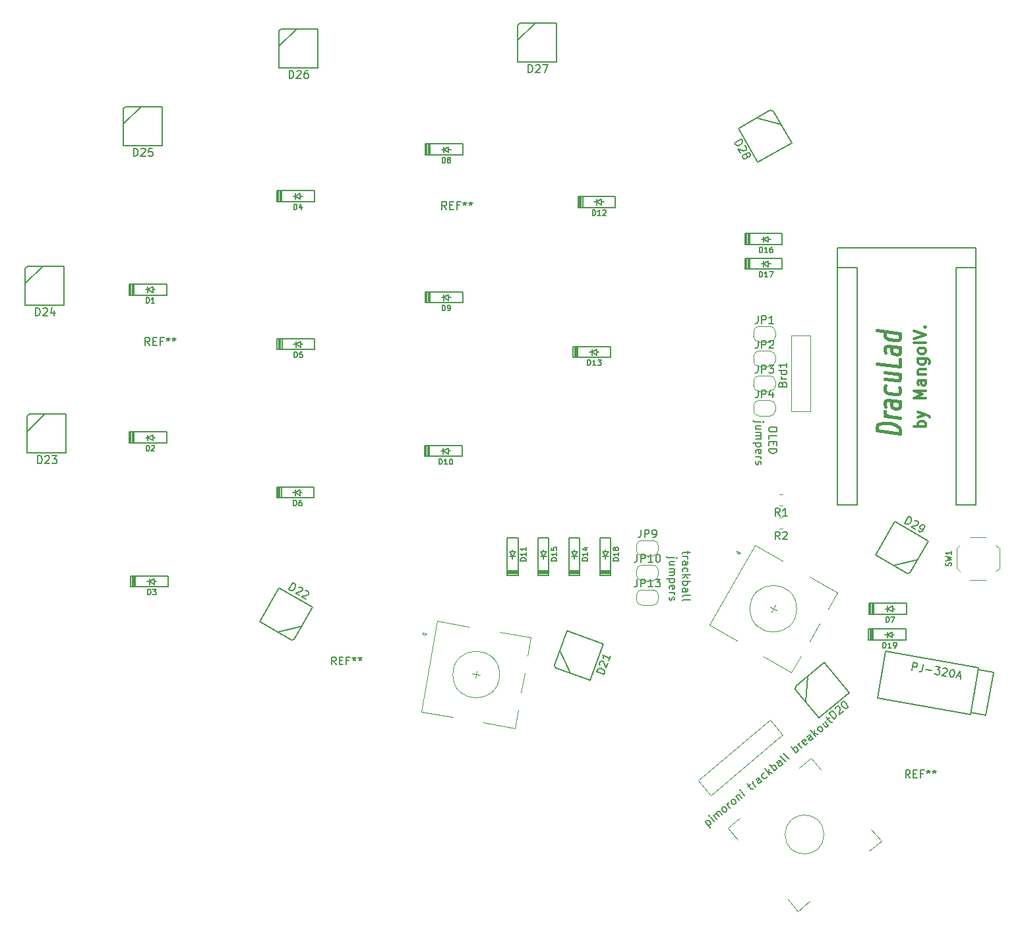
<source format=gbr>
%TF.GenerationSoftware,KiCad,Pcbnew,5.1.8*%
%TF.CreationDate,2021-01-06T22:11:09+01:00*%
%TF.ProjectId,split_3x,73706c69-745f-4337-982e-6b696361645f,rev?*%
%TF.SameCoordinates,Original*%
%TF.FileFunction,Legend,Top*%
%TF.FilePolarity,Positive*%
%FSLAX46Y46*%
G04 Gerber Fmt 4.6, Leading zero omitted, Abs format (unit mm)*
G04 Created by KiCad (PCBNEW 5.1.8) date 2021-01-06 22:11:09*
%MOMM*%
%LPD*%
G01*
G04 APERTURE LIST*
%ADD10C,0.200000*%
%ADD11C,0.300000*%
%ADD12C,0.400000*%
%ADD13C,0.120000*%
%ADD14C,0.150000*%
G04 APERTURE END LIST*
D10*
X176022619Y-97385416D02*
X176022619Y-97575892D01*
X175975000Y-97671130D01*
X175879761Y-97766369D01*
X175689285Y-97813988D01*
X175355952Y-97813988D01*
X175165476Y-97766369D01*
X175070238Y-97671130D01*
X175022619Y-97575892D01*
X175022619Y-97385416D01*
X175070238Y-97290178D01*
X175165476Y-97194940D01*
X175355952Y-97147321D01*
X175689285Y-97147321D01*
X175879761Y-97194940D01*
X175975000Y-97290178D01*
X176022619Y-97385416D01*
X175022619Y-98718750D02*
X175022619Y-98242559D01*
X176022619Y-98242559D01*
X175546428Y-99052083D02*
X175546428Y-99385416D01*
X175022619Y-99528273D02*
X175022619Y-99052083D01*
X176022619Y-99052083D01*
X176022619Y-99528273D01*
X175022619Y-99956845D02*
X176022619Y-99956845D01*
X176022619Y-100194940D01*
X175975000Y-100337797D01*
X175879761Y-100433035D01*
X175784523Y-100480654D01*
X175594047Y-100528273D01*
X175451190Y-100528273D01*
X175260714Y-100480654D01*
X175165476Y-100433035D01*
X175070238Y-100337797D01*
X175022619Y-100194940D01*
X175022619Y-99956845D01*
X173989285Y-96504464D02*
X173132142Y-96504464D01*
X173036904Y-96456845D01*
X172989285Y-96361607D01*
X172989285Y-96313988D01*
X174322619Y-96504464D02*
X174275000Y-96456845D01*
X174227380Y-96504464D01*
X174275000Y-96552083D01*
X174322619Y-96504464D01*
X174227380Y-96504464D01*
X173989285Y-97409226D02*
X173322619Y-97409226D01*
X173989285Y-96980654D02*
X173465476Y-96980654D01*
X173370238Y-97028273D01*
X173322619Y-97123511D01*
X173322619Y-97266369D01*
X173370238Y-97361607D01*
X173417857Y-97409226D01*
X173322619Y-97885416D02*
X173989285Y-97885416D01*
X173894047Y-97885416D02*
X173941666Y-97933035D01*
X173989285Y-98028273D01*
X173989285Y-98171130D01*
X173941666Y-98266369D01*
X173846428Y-98313988D01*
X173322619Y-98313988D01*
X173846428Y-98313988D02*
X173941666Y-98361607D01*
X173989285Y-98456845D01*
X173989285Y-98599702D01*
X173941666Y-98694940D01*
X173846428Y-98742559D01*
X173322619Y-98742559D01*
X173989285Y-99218750D02*
X172989285Y-99218750D01*
X173941666Y-99218750D02*
X173989285Y-99313988D01*
X173989285Y-99504464D01*
X173941666Y-99599702D01*
X173894047Y-99647321D01*
X173798809Y-99694940D01*
X173513095Y-99694940D01*
X173417857Y-99647321D01*
X173370238Y-99599702D01*
X173322619Y-99504464D01*
X173322619Y-99313988D01*
X173370238Y-99218750D01*
X173370238Y-100504464D02*
X173322619Y-100409226D01*
X173322619Y-100218750D01*
X173370238Y-100123511D01*
X173465476Y-100075892D01*
X173846428Y-100075892D01*
X173941666Y-100123511D01*
X173989285Y-100218750D01*
X173989285Y-100409226D01*
X173941666Y-100504464D01*
X173846428Y-100552083D01*
X173751190Y-100552083D01*
X173655952Y-100075892D01*
X173322619Y-100980654D02*
X173989285Y-100980654D01*
X173798809Y-100980654D02*
X173894047Y-101028273D01*
X173941666Y-101075892D01*
X173989285Y-101171130D01*
X173989285Y-101266369D01*
X173370238Y-101552083D02*
X173322619Y-101647321D01*
X173322619Y-101837797D01*
X173370238Y-101933035D01*
X173465476Y-101980654D01*
X173513095Y-101980654D01*
X173608333Y-101933035D01*
X173655952Y-101837797D01*
X173655952Y-101694940D01*
X173703571Y-101599702D01*
X173798809Y-101552083D01*
X173846428Y-101552083D01*
X173941666Y-101599702D01*
X173989285Y-101694940D01*
X173989285Y-101837797D01*
X173941666Y-101933035D01*
X164576785Y-113086011D02*
X164576785Y-113466964D01*
X164910119Y-113228869D02*
X164052976Y-113228869D01*
X163957738Y-113276488D01*
X163910119Y-113371726D01*
X163910119Y-113466964D01*
X163910119Y-113800297D02*
X164576785Y-113800297D01*
X164386309Y-113800297D02*
X164481547Y-113847916D01*
X164529166Y-113895535D01*
X164576785Y-113990773D01*
X164576785Y-114086011D01*
X163910119Y-114847916D02*
X164433928Y-114847916D01*
X164529166Y-114800297D01*
X164576785Y-114705059D01*
X164576785Y-114514583D01*
X164529166Y-114419345D01*
X163957738Y-114847916D02*
X163910119Y-114752678D01*
X163910119Y-114514583D01*
X163957738Y-114419345D01*
X164052976Y-114371726D01*
X164148214Y-114371726D01*
X164243452Y-114419345D01*
X164291071Y-114514583D01*
X164291071Y-114752678D01*
X164338690Y-114847916D01*
X163957738Y-115752678D02*
X163910119Y-115657440D01*
X163910119Y-115466964D01*
X163957738Y-115371726D01*
X164005357Y-115324107D01*
X164100595Y-115276488D01*
X164386309Y-115276488D01*
X164481547Y-115324107D01*
X164529166Y-115371726D01*
X164576785Y-115466964D01*
X164576785Y-115657440D01*
X164529166Y-115752678D01*
X163910119Y-116181250D02*
X164910119Y-116181250D01*
X164291071Y-116276488D02*
X163910119Y-116562202D01*
X164576785Y-116562202D02*
X164195833Y-116181250D01*
X163910119Y-116990773D02*
X164910119Y-116990773D01*
X164529166Y-116990773D02*
X164576785Y-117086011D01*
X164576785Y-117276488D01*
X164529166Y-117371726D01*
X164481547Y-117419345D01*
X164386309Y-117466964D01*
X164100595Y-117466964D01*
X164005357Y-117419345D01*
X163957738Y-117371726D01*
X163910119Y-117276488D01*
X163910119Y-117086011D01*
X163957738Y-116990773D01*
X163910119Y-118324107D02*
X164433928Y-118324107D01*
X164529166Y-118276488D01*
X164576785Y-118181250D01*
X164576785Y-117990773D01*
X164529166Y-117895535D01*
X163957738Y-118324107D02*
X163910119Y-118228869D01*
X163910119Y-117990773D01*
X163957738Y-117895535D01*
X164052976Y-117847916D01*
X164148214Y-117847916D01*
X164243452Y-117895535D01*
X164291071Y-117990773D01*
X164291071Y-118228869D01*
X164338690Y-118324107D01*
X163910119Y-118943154D02*
X163957738Y-118847916D01*
X164052976Y-118800297D01*
X164910119Y-118800297D01*
X163910119Y-119466964D02*
X163957738Y-119371726D01*
X164052976Y-119324107D01*
X164910119Y-119324107D01*
X162876785Y-113966964D02*
X162019642Y-113966964D01*
X161924404Y-113919345D01*
X161876785Y-113824107D01*
X161876785Y-113776488D01*
X163210119Y-113966964D02*
X163162500Y-113919345D01*
X163114880Y-113966964D01*
X163162500Y-114014583D01*
X163210119Y-113966964D01*
X163114880Y-113966964D01*
X162876785Y-114871726D02*
X162210119Y-114871726D01*
X162876785Y-114443154D02*
X162352976Y-114443154D01*
X162257738Y-114490773D01*
X162210119Y-114586011D01*
X162210119Y-114728869D01*
X162257738Y-114824107D01*
X162305357Y-114871726D01*
X162210119Y-115347916D02*
X162876785Y-115347916D01*
X162781547Y-115347916D02*
X162829166Y-115395535D01*
X162876785Y-115490773D01*
X162876785Y-115633630D01*
X162829166Y-115728869D01*
X162733928Y-115776488D01*
X162210119Y-115776488D01*
X162733928Y-115776488D02*
X162829166Y-115824107D01*
X162876785Y-115919345D01*
X162876785Y-116062202D01*
X162829166Y-116157440D01*
X162733928Y-116205059D01*
X162210119Y-116205059D01*
X162876785Y-116681250D02*
X161876785Y-116681250D01*
X162829166Y-116681250D02*
X162876785Y-116776488D01*
X162876785Y-116966964D01*
X162829166Y-117062202D01*
X162781547Y-117109821D01*
X162686309Y-117157440D01*
X162400595Y-117157440D01*
X162305357Y-117109821D01*
X162257738Y-117062202D01*
X162210119Y-116966964D01*
X162210119Y-116776488D01*
X162257738Y-116681250D01*
X162257738Y-117966964D02*
X162210119Y-117871726D01*
X162210119Y-117681250D01*
X162257738Y-117586011D01*
X162352976Y-117538392D01*
X162733928Y-117538392D01*
X162829166Y-117586011D01*
X162876785Y-117681250D01*
X162876785Y-117871726D01*
X162829166Y-117966964D01*
X162733928Y-118014583D01*
X162638690Y-118014583D01*
X162543452Y-117538392D01*
X162210119Y-118443154D02*
X162876785Y-118443154D01*
X162686309Y-118443154D02*
X162781547Y-118490773D01*
X162829166Y-118538392D01*
X162876785Y-118633630D01*
X162876785Y-118728869D01*
X162257738Y-119014583D02*
X162210119Y-119109821D01*
X162210119Y-119300297D01*
X162257738Y-119395535D01*
X162352976Y-119443154D01*
X162400595Y-119443154D01*
X162495833Y-119395535D01*
X162543452Y-119300297D01*
X162543452Y-119157440D01*
X162591071Y-119062202D01*
X162686309Y-119014583D01*
X162733928Y-119014583D01*
X162829166Y-119062202D01*
X162876785Y-119157440D01*
X162876785Y-119300297D01*
X162829166Y-119395535D01*
D11*
X195147321Y-97130357D02*
X193647321Y-97130357D01*
X194218750Y-97130357D02*
X194147321Y-96987500D01*
X194147321Y-96701785D01*
X194218750Y-96558928D01*
X194290178Y-96487500D01*
X194433035Y-96416071D01*
X194861607Y-96416071D01*
X195004464Y-96487500D01*
X195075892Y-96558928D01*
X195147321Y-96701785D01*
X195147321Y-96987500D01*
X195075892Y-97130357D01*
X194147321Y-95916071D02*
X195147321Y-95558928D01*
X194147321Y-95201785D02*
X195147321Y-95558928D01*
X195504464Y-95701785D01*
X195575892Y-95773214D01*
X195647321Y-95916071D01*
X195147321Y-93487500D02*
X193647321Y-93487500D01*
X194718750Y-92987500D01*
X193647321Y-92487500D01*
X195147321Y-92487500D01*
X195147321Y-91130357D02*
X194361607Y-91130357D01*
X194218750Y-91201785D01*
X194147321Y-91344642D01*
X194147321Y-91630357D01*
X194218750Y-91773214D01*
X195075892Y-91130357D02*
X195147321Y-91273214D01*
X195147321Y-91630357D01*
X195075892Y-91773214D01*
X194933035Y-91844642D01*
X194790178Y-91844642D01*
X194647321Y-91773214D01*
X194575892Y-91630357D01*
X194575892Y-91273214D01*
X194504464Y-91130357D01*
X194147321Y-90416071D02*
X195147321Y-90416071D01*
X194290178Y-90416071D02*
X194218750Y-90344642D01*
X194147321Y-90201785D01*
X194147321Y-89987500D01*
X194218750Y-89844642D01*
X194361607Y-89773214D01*
X195147321Y-89773214D01*
X194147321Y-88416071D02*
X195361607Y-88416071D01*
X195504464Y-88487500D01*
X195575892Y-88558928D01*
X195647321Y-88701785D01*
X195647321Y-88916071D01*
X195575892Y-89058928D01*
X195075892Y-88416071D02*
X195147321Y-88558928D01*
X195147321Y-88844642D01*
X195075892Y-88987500D01*
X195004464Y-89058928D01*
X194861607Y-89130357D01*
X194433035Y-89130357D01*
X194290178Y-89058928D01*
X194218750Y-88987500D01*
X194147321Y-88844642D01*
X194147321Y-88558928D01*
X194218750Y-88416071D01*
X195147321Y-87487500D02*
X195075892Y-87630357D01*
X195004464Y-87701785D01*
X194861607Y-87773214D01*
X194433035Y-87773214D01*
X194290178Y-87701785D01*
X194218750Y-87630357D01*
X194147321Y-87487500D01*
X194147321Y-87273214D01*
X194218750Y-87130357D01*
X194290178Y-87058928D01*
X194433035Y-86987500D01*
X194861607Y-86987500D01*
X195004464Y-87058928D01*
X195075892Y-87130357D01*
X195147321Y-87273214D01*
X195147321Y-87487500D01*
X195147321Y-86344642D02*
X193647321Y-86344642D01*
X193647321Y-85844642D02*
X195147321Y-85344642D01*
X193647321Y-84844642D01*
X195004464Y-84344642D02*
X195075892Y-84273214D01*
X195147321Y-84344642D01*
X195075892Y-84416071D01*
X195004464Y-84344642D01*
X195147321Y-84344642D01*
D12*
X191857142Y-98005714D02*
X188857142Y-97630714D01*
X188857142Y-97154523D01*
X189000000Y-96886666D01*
X189285714Y-96731904D01*
X189571428Y-96672380D01*
X190142857Y-96648571D01*
X190571428Y-96702142D01*
X191142857Y-96868809D01*
X191428571Y-96999761D01*
X191714285Y-97225952D01*
X191857142Y-97529523D01*
X191857142Y-98005714D01*
X191857142Y-96005714D02*
X189857142Y-95755714D01*
X190428571Y-95827142D02*
X190142857Y-95696190D01*
X190000000Y-95583095D01*
X189857142Y-95374761D01*
X189857142Y-95184285D01*
X191857142Y-93910476D02*
X190285714Y-93714047D01*
X190000000Y-93773571D01*
X189857142Y-93946190D01*
X189857142Y-94327142D01*
X190000000Y-94535476D01*
X191714285Y-93892619D02*
X191857142Y-94100952D01*
X191857142Y-94577142D01*
X191714285Y-94749761D01*
X191428571Y-94809285D01*
X191142857Y-94773571D01*
X190857142Y-94642619D01*
X190714285Y-94434285D01*
X190714285Y-93958095D01*
X190571428Y-93749761D01*
X191714285Y-92083095D02*
X191857142Y-92291428D01*
X191857142Y-92672380D01*
X191714285Y-92845000D01*
X191571428Y-92922380D01*
X191285714Y-92981904D01*
X190428571Y-92874761D01*
X190142857Y-92743809D01*
X190000000Y-92630714D01*
X189857142Y-92422380D01*
X189857142Y-92041428D01*
X190000000Y-91868809D01*
X189857142Y-90136666D02*
X191857142Y-90386666D01*
X189857142Y-90993809D02*
X191428571Y-91190238D01*
X191714285Y-91130714D01*
X191857142Y-90958095D01*
X191857142Y-90672380D01*
X191714285Y-90464047D01*
X191571428Y-90350952D01*
X191857142Y-88481904D02*
X191857142Y-89434285D01*
X188857142Y-89059285D01*
X191857142Y-86958095D02*
X190285714Y-86761666D01*
X190000000Y-86821190D01*
X189857142Y-86993809D01*
X189857142Y-87374761D01*
X190000000Y-87583095D01*
X191714285Y-86940238D02*
X191857142Y-87148571D01*
X191857142Y-87624761D01*
X191714285Y-87797380D01*
X191428571Y-87856904D01*
X191142857Y-87821190D01*
X190857142Y-87690238D01*
X190714285Y-87481904D01*
X190714285Y-87005714D01*
X190571428Y-86797380D01*
X191857142Y-85148571D02*
X188857142Y-84773571D01*
X191714285Y-85130714D02*
X191857142Y-85339047D01*
X191857142Y-85720000D01*
X191714285Y-85892619D01*
X191571428Y-85970000D01*
X191285714Y-86029523D01*
X190428571Y-85922380D01*
X190142857Y-85791428D01*
X190000000Y-85678333D01*
X189857142Y-85470000D01*
X189857142Y-85089047D01*
X190000000Y-84916428D01*
D13*
%TO.C,spi1*%
X189430574Y-150375298D02*
X188144999Y-148843209D01*
X189430574Y-150375298D02*
X187898485Y-151660873D01*
X169706926Y-148649702D02*
X171239015Y-147364127D01*
X182068750Y-149512500D02*
G75*
G03*
X182068750Y-149512500I-2500000J0D01*
G01*
X178705952Y-159374324D02*
X177420377Y-157842235D01*
X180431548Y-139650676D02*
X181717123Y-141182765D01*
X180431548Y-139650676D02*
X178899459Y-140936251D01*
X178705952Y-159374324D02*
X180238041Y-158088749D01*
X178899459Y-140936251D02*
X180431548Y-139650676D01*
X187898485Y-151660873D02*
X189430574Y-150375298D01*
X169706926Y-148649702D02*
X170349713Y-149415747D01*
X170349713Y-149415747D02*
X170992501Y-150181791D01*
X170992501Y-150181791D02*
X169706926Y-148649702D01*
X167516147Y-144483110D02*
X165909178Y-142567999D01*
X176632076Y-136833938D02*
X167516147Y-144483110D01*
X165909178Y-142567999D02*
X175178316Y-134790269D01*
X176785285Y-136705380D02*
X176632076Y-136833938D01*
X175178316Y-134790269D02*
X176785285Y-136705380D01*
D10*
%TO.C,D17*%
X174925000Y-76200000D02*
X175225000Y-76200000D01*
X174325000Y-76200000D02*
X174025000Y-76200000D01*
X174325000Y-75850000D02*
X174325000Y-76600000D01*
X174925000Y-76600000D02*
X174325000Y-76200000D01*
X174925000Y-75850000D02*
X174925000Y-76600000D01*
X174325000Y-76200000D02*
X174925000Y-75850000D01*
X171925000Y-75500000D02*
X171925000Y-76900000D01*
X172125000Y-75500000D02*
X172125000Y-76900000D01*
X172325000Y-75500000D02*
X172325000Y-76900000D01*
X172525000Y-75500000D02*
X172525000Y-76900000D01*
X171925000Y-76900000D02*
X176725000Y-76900000D01*
X176725000Y-75500000D02*
X176725000Y-76900000D01*
X171925000Y-75500000D02*
X176725000Y-75500000D01*
%TO.C,D19*%
X190800000Y-123825000D02*
X191100000Y-123825000D01*
X190200000Y-123825000D02*
X189900000Y-123825000D01*
X190200000Y-123475000D02*
X190200000Y-124225000D01*
X190800000Y-124225000D02*
X190200000Y-123825000D01*
X190800000Y-123475000D02*
X190800000Y-124225000D01*
X190200000Y-123825000D02*
X190800000Y-123475000D01*
X187800000Y-123125000D02*
X187800000Y-124525000D01*
X188000000Y-123125000D02*
X188000000Y-124525000D01*
X188200000Y-123125000D02*
X188200000Y-124525000D01*
X188400000Y-123125000D02*
X188400000Y-124525000D01*
X187800000Y-124525000D02*
X192600000Y-124525000D01*
X192600000Y-123125000D02*
X192600000Y-124525000D01*
X187800000Y-123125000D02*
X192600000Y-123125000D01*
%TO.C,D18*%
X153987500Y-113206250D02*
X153987500Y-112906250D01*
X153987500Y-113806250D02*
X153987500Y-114106250D01*
X153637500Y-113806250D02*
X154387500Y-113806250D01*
X154387500Y-113206250D02*
X153987500Y-113806250D01*
X153637500Y-113206250D02*
X154387500Y-113206250D01*
X153987500Y-113806250D02*
X153637500Y-113206250D01*
X153287500Y-116206250D02*
X154687500Y-116206250D01*
X153287500Y-116006250D02*
X154687500Y-116006250D01*
X153287500Y-115806250D02*
X154687500Y-115806250D01*
X153287500Y-115606250D02*
X154687500Y-115606250D01*
X154687500Y-116206250D02*
X154687500Y-111406250D01*
X153287500Y-111406250D02*
X154687500Y-111406250D01*
X153287500Y-116206250D02*
X153287500Y-111406250D01*
%TO.C,D16*%
X174925000Y-73025000D02*
X175225000Y-73025000D01*
X174325000Y-73025000D02*
X174025000Y-73025000D01*
X174325000Y-72675000D02*
X174325000Y-73425000D01*
X174925000Y-73425000D02*
X174325000Y-73025000D01*
X174925000Y-72675000D02*
X174925000Y-73425000D01*
X174325000Y-73025000D02*
X174925000Y-72675000D01*
X171925000Y-72325000D02*
X171925000Y-73725000D01*
X172125000Y-72325000D02*
X172125000Y-73725000D01*
X172325000Y-72325000D02*
X172325000Y-73725000D01*
X172525000Y-72325000D02*
X172525000Y-73725000D01*
X171925000Y-73725000D02*
X176725000Y-73725000D01*
X176725000Y-72325000D02*
X176725000Y-73725000D01*
X171925000Y-72325000D02*
X176725000Y-72325000D01*
%TO.C,D15*%
X146050000Y-113206250D02*
X146050000Y-112906250D01*
X146050000Y-113806250D02*
X146050000Y-114106250D01*
X145700000Y-113806250D02*
X146450000Y-113806250D01*
X146450000Y-113206250D02*
X146050000Y-113806250D01*
X145700000Y-113206250D02*
X146450000Y-113206250D01*
X146050000Y-113806250D02*
X145700000Y-113206250D01*
X145350000Y-116206250D02*
X146750000Y-116206250D01*
X145350000Y-116006250D02*
X146750000Y-116006250D01*
X145350000Y-115806250D02*
X146750000Y-115806250D01*
X145350000Y-115606250D02*
X146750000Y-115606250D01*
X146750000Y-116206250D02*
X146750000Y-111406250D01*
X145350000Y-111406250D02*
X146750000Y-111406250D01*
X145350000Y-116206250D02*
X145350000Y-111406250D01*
%TO.C,D14*%
X150018750Y-113206250D02*
X150018750Y-112906250D01*
X150018750Y-113806250D02*
X150018750Y-114106250D01*
X149668750Y-113806250D02*
X150418750Y-113806250D01*
X150418750Y-113206250D02*
X150018750Y-113806250D01*
X149668750Y-113206250D02*
X150418750Y-113206250D01*
X150018750Y-113806250D02*
X149668750Y-113206250D01*
X149318750Y-116206250D02*
X150718750Y-116206250D01*
X149318750Y-116006250D02*
X150718750Y-116006250D01*
X149318750Y-115806250D02*
X150718750Y-115806250D01*
X149318750Y-115606250D02*
X150718750Y-115606250D01*
X150718750Y-116206250D02*
X150718750Y-111406250D01*
X149318750Y-111406250D02*
X150718750Y-111406250D01*
X149318750Y-116206250D02*
X149318750Y-111406250D01*
%TO.C,D13*%
X152868750Y-87512500D02*
X153168750Y-87512500D01*
X152268750Y-87512500D02*
X151968750Y-87512500D01*
X152268750Y-87162500D02*
X152268750Y-87912500D01*
X152868750Y-87912500D02*
X152268750Y-87512500D01*
X152868750Y-87162500D02*
X152868750Y-87912500D01*
X152268750Y-87512500D02*
X152868750Y-87162500D01*
X149868750Y-86812500D02*
X149868750Y-88212500D01*
X150068750Y-86812500D02*
X150068750Y-88212500D01*
X150268750Y-86812500D02*
X150268750Y-88212500D01*
X150468750Y-86812500D02*
X150468750Y-88212500D01*
X149868750Y-88212500D02*
X154668750Y-88212500D01*
X154668750Y-86812500D02*
X154668750Y-88212500D01*
X149868750Y-86812500D02*
X154668750Y-86812500D01*
%TO.C,D12*%
X153493750Y-68262500D02*
X153793750Y-68262500D01*
X152893750Y-68262500D02*
X152593750Y-68262500D01*
X152893750Y-67912500D02*
X152893750Y-68662500D01*
X153493750Y-68662500D02*
X152893750Y-68262500D01*
X153493750Y-67912500D02*
X153493750Y-68662500D01*
X152893750Y-68262500D02*
X153493750Y-67912500D01*
X150493750Y-67562500D02*
X150493750Y-68962500D01*
X150693750Y-67562500D02*
X150693750Y-68962500D01*
X150893750Y-67562500D02*
X150893750Y-68962500D01*
X151093750Y-67562500D02*
X151093750Y-68962500D01*
X150493750Y-68962500D02*
X155293750Y-68962500D01*
X155293750Y-67562500D02*
X155293750Y-68962500D01*
X150493750Y-67562500D02*
X155293750Y-67562500D01*
%TO.C,D11*%
X142081250Y-113206250D02*
X142081250Y-112906250D01*
X142081250Y-113806250D02*
X142081250Y-114106250D01*
X141731250Y-113806250D02*
X142481250Y-113806250D01*
X142481250Y-113206250D02*
X142081250Y-113806250D01*
X141731250Y-113206250D02*
X142481250Y-113206250D01*
X142081250Y-113806250D02*
X141731250Y-113206250D01*
X141381250Y-116206250D02*
X142781250Y-116206250D01*
X141381250Y-116006250D02*
X142781250Y-116006250D01*
X141381250Y-115806250D02*
X142781250Y-115806250D01*
X141381250Y-115606250D02*
X142781250Y-115606250D01*
X142781250Y-116206250D02*
X142781250Y-111406250D01*
X141381250Y-111406250D02*
X142781250Y-111406250D01*
X141381250Y-116206250D02*
X141381250Y-111406250D01*
%TO.C,D10*%
X133800000Y-100250000D02*
X134100000Y-100250000D01*
X133200000Y-100250000D02*
X132900000Y-100250000D01*
X133200000Y-99900000D02*
X133200000Y-100650000D01*
X133800000Y-100650000D02*
X133200000Y-100250000D01*
X133800000Y-99900000D02*
X133800000Y-100650000D01*
X133200000Y-100250000D02*
X133800000Y-99900000D01*
X130800000Y-99550000D02*
X130800000Y-100950000D01*
X131000000Y-99550000D02*
X131000000Y-100950000D01*
X131200000Y-99550000D02*
X131200000Y-100950000D01*
X131400000Y-99550000D02*
X131400000Y-100950000D01*
X130800000Y-100950000D02*
X135600000Y-100950000D01*
X135600000Y-99550000D02*
X135600000Y-100950000D01*
X130800000Y-99550000D02*
X135600000Y-99550000D01*
%TO.C,D9*%
X133868750Y-80512500D02*
X134168750Y-80512500D01*
X133268750Y-80512500D02*
X132968750Y-80512500D01*
X133268750Y-80162500D02*
X133268750Y-80912500D01*
X133868750Y-80912500D02*
X133268750Y-80512500D01*
X133868750Y-80162500D02*
X133868750Y-80912500D01*
X133268750Y-80512500D02*
X133868750Y-80162500D01*
X130868750Y-79812500D02*
X130868750Y-81212500D01*
X131068750Y-79812500D02*
X131068750Y-81212500D01*
X131268750Y-79812500D02*
X131268750Y-81212500D01*
X131468750Y-79812500D02*
X131468750Y-81212500D01*
X130868750Y-81212500D02*
X135668750Y-81212500D01*
X135668750Y-79812500D02*
X135668750Y-81212500D01*
X130868750Y-79812500D02*
X135668750Y-79812500D01*
%TO.C,D8*%
X133868750Y-61512500D02*
X134168750Y-61512500D01*
X133268750Y-61512500D02*
X132968750Y-61512500D01*
X133268750Y-61162500D02*
X133268750Y-61912500D01*
X133868750Y-61912500D02*
X133268750Y-61512500D01*
X133868750Y-61162500D02*
X133868750Y-61912500D01*
X133268750Y-61512500D02*
X133868750Y-61162500D01*
X130868750Y-60812500D02*
X130868750Y-62212500D01*
X131068750Y-60812500D02*
X131068750Y-62212500D01*
X131268750Y-60812500D02*
X131268750Y-62212500D01*
X131468750Y-60812500D02*
X131468750Y-62212500D01*
X130868750Y-62212500D02*
X135668750Y-62212500D01*
X135668750Y-60812500D02*
X135668750Y-62212500D01*
X130868750Y-60812500D02*
X135668750Y-60812500D01*
%TO.C,D7*%
X190868750Y-120512500D02*
X191168750Y-120512500D01*
X190268750Y-120512500D02*
X189968750Y-120512500D01*
X190268750Y-120162500D02*
X190268750Y-120912500D01*
X190868750Y-120912500D02*
X190268750Y-120512500D01*
X190868750Y-120162500D02*
X190868750Y-120912500D01*
X190268750Y-120512500D02*
X190868750Y-120162500D01*
X187868750Y-119812500D02*
X187868750Y-121212500D01*
X188068750Y-119812500D02*
X188068750Y-121212500D01*
X188268750Y-119812500D02*
X188268750Y-121212500D01*
X188468750Y-119812500D02*
X188468750Y-121212500D01*
X187868750Y-121212500D02*
X192668750Y-121212500D01*
X192668750Y-119812500D02*
X192668750Y-121212500D01*
X187868750Y-119812500D02*
X192668750Y-119812500D01*
%TO.C,D6*%
X114787500Y-105568750D02*
X115087500Y-105568750D01*
X114187500Y-105568750D02*
X113887500Y-105568750D01*
X114187500Y-105218750D02*
X114187500Y-105968750D01*
X114787500Y-105968750D02*
X114187500Y-105568750D01*
X114787500Y-105218750D02*
X114787500Y-105968750D01*
X114187500Y-105568750D02*
X114787500Y-105218750D01*
X111787500Y-104868750D02*
X111787500Y-106268750D01*
X111987500Y-104868750D02*
X111987500Y-106268750D01*
X112187500Y-104868750D02*
X112187500Y-106268750D01*
X112387500Y-104868750D02*
X112387500Y-106268750D01*
X111787500Y-106268750D02*
X116587500Y-106268750D01*
X116587500Y-104868750D02*
X116587500Y-106268750D01*
X111787500Y-104868750D02*
X116587500Y-104868750D01*
%TO.C,D5*%
X114868750Y-86512500D02*
X115168750Y-86512500D01*
X114268750Y-86512500D02*
X113968750Y-86512500D01*
X114268750Y-86162500D02*
X114268750Y-86912500D01*
X114868750Y-86912500D02*
X114268750Y-86512500D01*
X114868750Y-86162500D02*
X114868750Y-86912500D01*
X114268750Y-86512500D02*
X114868750Y-86162500D01*
X111868750Y-85812500D02*
X111868750Y-87212500D01*
X112068750Y-85812500D02*
X112068750Y-87212500D01*
X112268750Y-85812500D02*
X112268750Y-87212500D01*
X112468750Y-85812500D02*
X112468750Y-87212500D01*
X111868750Y-87212500D02*
X116668750Y-87212500D01*
X116668750Y-85812500D02*
X116668750Y-87212500D01*
X111868750Y-85812500D02*
X116668750Y-85812500D01*
%TO.C,D4*%
X114818750Y-67512500D02*
X115118750Y-67512500D01*
X114218750Y-67512500D02*
X113918750Y-67512500D01*
X114218750Y-67162500D02*
X114218750Y-67912500D01*
X114818750Y-67912500D02*
X114218750Y-67512500D01*
X114818750Y-67162500D02*
X114818750Y-67912500D01*
X114218750Y-67512500D02*
X114818750Y-67162500D01*
X111818750Y-66812500D02*
X111818750Y-68212500D01*
X112018750Y-66812500D02*
X112018750Y-68212500D01*
X112218750Y-66812500D02*
X112218750Y-68212500D01*
X112418750Y-66812500D02*
X112418750Y-68212500D01*
X111818750Y-68212500D02*
X116618750Y-68212500D01*
X116618750Y-66812500D02*
X116618750Y-68212500D01*
X111818750Y-66812500D02*
X116618750Y-66812500D01*
%TO.C,D3*%
X96050000Y-117000000D02*
X96350000Y-117000000D01*
X95450000Y-117000000D02*
X95150000Y-117000000D01*
X95450000Y-116650000D02*
X95450000Y-117400000D01*
X96050000Y-117400000D02*
X95450000Y-117000000D01*
X96050000Y-116650000D02*
X96050000Y-117400000D01*
X95450000Y-117000000D02*
X96050000Y-116650000D01*
X93050000Y-116300000D02*
X93050000Y-117700000D01*
X93250000Y-116300000D02*
X93250000Y-117700000D01*
X93450000Y-116300000D02*
X93450000Y-117700000D01*
X93650000Y-116300000D02*
X93650000Y-117700000D01*
X93050000Y-117700000D02*
X97850000Y-117700000D01*
X97850000Y-116300000D02*
X97850000Y-117700000D01*
X93050000Y-116300000D02*
X97850000Y-116300000D01*
%TO.C,D2*%
X95868750Y-98512500D02*
X96168750Y-98512500D01*
X95268750Y-98512500D02*
X94968750Y-98512500D01*
X95268750Y-98162500D02*
X95268750Y-98912500D01*
X95868750Y-98912500D02*
X95268750Y-98512500D01*
X95868750Y-98162500D02*
X95868750Y-98912500D01*
X95268750Y-98512500D02*
X95868750Y-98162500D01*
X92868750Y-97812500D02*
X92868750Y-99212500D01*
X93068750Y-97812500D02*
X93068750Y-99212500D01*
X93268750Y-97812500D02*
X93268750Y-99212500D01*
X93468750Y-97812500D02*
X93468750Y-99212500D01*
X92868750Y-99212500D02*
X97668750Y-99212500D01*
X97668750Y-97812500D02*
X97668750Y-99212500D01*
X92868750Y-97812500D02*
X97668750Y-97812500D01*
%TO.C,D1*%
X95868750Y-79512500D02*
X96168750Y-79512500D01*
X95268750Y-79512500D02*
X94968750Y-79512500D01*
X95268750Y-79162500D02*
X95268750Y-79912500D01*
X95868750Y-79912500D02*
X95268750Y-79512500D01*
X95868750Y-79162500D02*
X95868750Y-79912500D01*
X95268750Y-79512500D02*
X95868750Y-79162500D01*
X92868750Y-78812500D02*
X92868750Y-80212500D01*
X93068750Y-78812500D02*
X93068750Y-80212500D01*
X93268750Y-78812500D02*
X93268750Y-80212500D01*
X93468750Y-78812500D02*
X93468750Y-80212500D01*
X92868750Y-80212500D02*
X97668750Y-80212500D01*
X97668750Y-78812500D02*
X97668750Y-80212500D01*
X92868750Y-78812500D02*
X97668750Y-78812500D01*
D13*
%TO.C,JP13*%
X158000000Y-119362500D02*
X158000000Y-118762500D01*
X160100000Y-120062500D02*
X158700000Y-120062500D01*
X160800000Y-118762500D02*
X160800000Y-119362500D01*
X158700000Y-118062500D02*
X160100000Y-118062500D01*
X158000000Y-118762500D02*
G75*
G02*
X158700000Y-118062500I700000J0D01*
G01*
X158700000Y-120062500D02*
G75*
G02*
X158000000Y-119362500I0J700000D01*
G01*
X160800000Y-119362500D02*
G75*
G02*
X160100000Y-120062500I-700000J0D01*
G01*
X160100000Y-118062500D02*
G75*
G02*
X160800000Y-118762500I0J-700000D01*
G01*
%TO.C,JP10*%
X158000000Y-116187500D02*
X158000000Y-115587500D01*
X160100000Y-116887500D02*
X158700000Y-116887500D01*
X160800000Y-115587500D02*
X160800000Y-116187500D01*
X158700000Y-114887500D02*
X160100000Y-114887500D01*
X158000000Y-115587500D02*
G75*
G02*
X158700000Y-114887500I700000J0D01*
G01*
X158700000Y-116887500D02*
G75*
G02*
X158000000Y-116187500I0J700000D01*
G01*
X160800000Y-116187500D02*
G75*
G02*
X160100000Y-116887500I-700000J0D01*
G01*
X160100000Y-114887500D02*
G75*
G02*
X160800000Y-115587500I0J-700000D01*
G01*
%TO.C,JP9*%
X158000000Y-113012500D02*
X158000000Y-112412500D01*
X160100000Y-113712500D02*
X158700000Y-113712500D01*
X160800000Y-112412500D02*
X160800000Y-113012500D01*
X158700000Y-111712500D02*
X160100000Y-111712500D01*
X158000000Y-112412500D02*
G75*
G02*
X158700000Y-111712500I700000J0D01*
G01*
X158700000Y-113712500D02*
G75*
G02*
X158000000Y-113012500I0J700000D01*
G01*
X160800000Y-113012500D02*
G75*
G02*
X160100000Y-113712500I-700000J0D01*
G01*
X160100000Y-111712500D02*
G75*
G02*
X160800000Y-112412500I0J-700000D01*
G01*
%TO.C,Brd1*%
X177895250Y-95186500D02*
X180308250Y-95186500D01*
X180308250Y-85407500D02*
X180308250Y-95186500D01*
X177895250Y-85407500D02*
X180308250Y-85407500D01*
X177895250Y-95186500D02*
X177895250Y-85407500D01*
D14*
%TO.C,U1*%
X199017565Y-107148245D02*
X201557565Y-107148245D01*
X186317565Y-76668245D02*
X183777565Y-76668245D01*
X183777565Y-76668245D02*
X183777565Y-107148245D01*
X183777565Y-74128245D02*
X183777565Y-107148245D01*
X201557565Y-74128245D02*
X183777565Y-74128245D01*
X183777565Y-107148245D02*
X186317565Y-107148245D01*
X201557565Y-76668245D02*
X199017565Y-76668245D01*
X201557565Y-107148245D02*
X201557565Y-74128245D01*
X199017565Y-76668245D02*
X199017565Y-107148245D01*
X186317565Y-107148245D02*
X186317565Y-76668245D01*
X201557565Y-107148245D02*
X201557565Y-76668245D01*
%TO.C,U2*%
X202882791Y-134189700D02*
X203855221Y-128674777D01*
X201885606Y-128327480D02*
X203855221Y-128674777D01*
X200913176Y-133842404D02*
X202882791Y-134189700D01*
X201929018Y-128081279D02*
X190012844Y-125980136D01*
X200869764Y-134088606D02*
X188953590Y-131987463D01*
X188953590Y-131987463D02*
X190012844Y-125980136D01*
X200869764Y-134088606D02*
X201929018Y-128081279D01*
%TO.C,D29*%
X191010705Y-114977564D02*
X194127564Y-114179006D01*
D10*
X192742756Y-115977564D02*
X188672436Y-113627564D01*
X193127564Y-115911057D02*
X195502564Y-111797436D01*
X192742756Y-115977564D02*
X193127564Y-115911057D01*
X191172436Y-109297436D02*
X195502564Y-111797436D01*
X188673311Y-113627329D02*
X191172671Y-109298311D01*
D14*
%TO.C,D28*%
X176565064Y-58326795D02*
X173466506Y-57459936D01*
D10*
X175565064Y-56594744D02*
X177915064Y-60665064D01*
X175198557Y-56459936D02*
X171084936Y-58834936D01*
X175565064Y-56594744D02*
X175198557Y-56459936D01*
X173584936Y-63165064D02*
X171084936Y-58834936D01*
X177914189Y-60664829D02*
X173585171Y-63164189D01*
D14*
%TO.C,D27*%
X145050000Y-45250000D02*
X142750000Y-47500000D01*
D10*
X143050000Y-45250000D02*
X147750000Y-45250000D01*
X142750000Y-45500000D02*
X142750000Y-50250000D01*
X143050000Y-45250000D02*
X142750000Y-45500000D01*
X147750000Y-50250000D02*
X142750000Y-50250000D01*
X147749360Y-45250640D02*
X147749360Y-50249360D01*
D14*
%TO.C,D26*%
X114368750Y-46012500D02*
X112068750Y-48262500D01*
D10*
X112368750Y-46012500D02*
X117068750Y-46012500D01*
X112068750Y-46262500D02*
X112068750Y-51012500D01*
X112368750Y-46012500D02*
X112068750Y-46262500D01*
X117068750Y-51012500D02*
X112068750Y-51012500D01*
X117068110Y-46013140D02*
X117068110Y-51011860D01*
D14*
%TO.C,D25*%
X94368750Y-56012500D02*
X92068750Y-58262500D01*
D10*
X92368750Y-56012500D02*
X97068750Y-56012500D01*
X92068750Y-56262500D02*
X92068750Y-61012500D01*
X92368750Y-56012500D02*
X92068750Y-56262500D01*
X97068750Y-61012500D02*
X92068750Y-61012500D01*
X97068110Y-56013140D02*
X97068110Y-61011860D01*
D14*
%TO.C,D24*%
X81800000Y-76500000D02*
X79500000Y-78750000D01*
D10*
X79800000Y-76500000D02*
X84500000Y-76500000D01*
X79500000Y-76750000D02*
X79500000Y-81500000D01*
X79800000Y-76500000D02*
X79500000Y-76750000D01*
X84500000Y-81500000D02*
X79500000Y-81500000D01*
X84499360Y-76500640D02*
X84499360Y-81499360D01*
D14*
%TO.C,D23*%
X82050000Y-95500000D02*
X79750000Y-97750000D01*
D10*
X80050000Y-95500000D02*
X84750000Y-95500000D01*
X79750000Y-95750000D02*
X79750000Y-100500000D01*
X80050000Y-95500000D02*
X79750000Y-95750000D01*
X84750000Y-100500000D02*
X79750000Y-100500000D01*
X84749360Y-95500640D02*
X84749360Y-100499360D01*
D14*
%TO.C,D22*%
X111923205Y-123515064D02*
X115040064Y-122716506D01*
D10*
X113655256Y-124515064D02*
X109584936Y-122165064D01*
X114040064Y-124448557D02*
X116415064Y-120334936D01*
X113655256Y-124515064D02*
X114040064Y-124448557D01*
X112084936Y-117834936D02*
X116415064Y-120334936D01*
X109585811Y-122164829D02*
X112085171Y-117835811D01*
D14*
%TO.C,D21*%
X148151114Y-125845388D02*
X149478776Y-128776227D01*
D10*
X147467074Y-127724773D02*
X149074569Y-123308218D01*
X147599391Y-128092186D02*
X152062931Y-129716782D01*
X147467074Y-127724773D02*
X147599391Y-128092186D01*
X153773032Y-125018319D02*
X152062931Y-129716782D01*
X149074951Y-123309038D02*
X153772212Y-125018701D01*
%TO.C,D20*%
X182076813Y-127447572D02*
X185289928Y-131276813D01*
X185290830Y-131276892D02*
X181460608Y-134490830D01*
X178476483Y-130467772D02*
X178407367Y-130852119D01*
X178407367Y-130852119D02*
X181460608Y-134490830D01*
X178476483Y-130467772D02*
X182076892Y-127446670D01*
D14*
X180008572Y-129182196D02*
X179692942Y-132384208D01*
D13*
%TO.C,SW4*%
X136920096Y-128881926D02*
X137904904Y-129055574D01*
X137499324Y-128476346D02*
X137325676Y-129461154D01*
X142812059Y-133474831D02*
X142395303Y-135838370D01*
X143645570Y-128747754D02*
X143194085Y-131308254D01*
X144444352Y-124217638D02*
X144027596Y-126581177D01*
X131033842Y-123680771D02*
X130686305Y-123924119D01*
X130442957Y-123576582D02*
X131033842Y-123680771D01*
X130686305Y-123924119D02*
X130442957Y-123576582D01*
X132429697Y-122099130D02*
X130380648Y-133719862D01*
X136467409Y-122811088D02*
X132429697Y-122099130D01*
X134418360Y-134431819D02*
X130380648Y-133719862D01*
X142395303Y-135838370D02*
X138357591Y-135126412D01*
X140406640Y-123505681D02*
X144444352Y-124217638D01*
X140412500Y-128968750D02*
G75*
G03*
X140412500Y-128968750I-3000000J0D01*
G01*
%TO.C,SW3*%
X178568750Y-120512500D02*
G75*
G03*
X178568750Y-120512500I-3000000J0D01*
G01*
X180250801Y-116402950D02*
X183801505Y-118452950D01*
X177901505Y-128672050D02*
X174350801Y-126622050D01*
X170886699Y-124622050D02*
X167335995Y-122572050D01*
X176786699Y-114402950D02*
X173235995Y-112352950D01*
X173235995Y-112352950D02*
X167335995Y-122572050D01*
X170973559Y-113471603D02*
X170863752Y-113061796D01*
X170863752Y-113061796D02*
X171383367Y-113361796D01*
X171383367Y-113361796D02*
X170973559Y-113471603D01*
X183801505Y-118452950D02*
X182601505Y-120531411D01*
X181501505Y-122436667D02*
X180201505Y-124688333D01*
X179101505Y-126593589D02*
X177901505Y-128672050D01*
X175818750Y-120079487D02*
X175318750Y-120945513D01*
X175135737Y-120262500D02*
X176001763Y-120762500D01*
%TO.C,SW1*%
X204143750Y-115750000D02*
X204593750Y-115300000D01*
X204143750Y-112350000D02*
X204593750Y-112800000D01*
X199543750Y-112350000D02*
X199093750Y-112800000D01*
X199543750Y-115750000D02*
X199093750Y-115300000D01*
X200843750Y-111300000D02*
X202843750Y-111300000D01*
X204593750Y-115300000D02*
X204593750Y-112800000D01*
X200843750Y-116800000D02*
X202843750Y-116800000D01*
X199093750Y-115300000D02*
X199093750Y-112800000D01*
%TO.C,R2*%
X176795814Y-110247500D02*
X176341686Y-110247500D01*
X176795814Y-108777500D02*
X176341686Y-108777500D01*
%TO.C,R1*%
X176795814Y-107247500D02*
X176341686Y-107247500D01*
X176795814Y-105777500D02*
X176341686Y-105777500D01*
%TO.C,JP4*%
X173031250Y-95050000D02*
X173031250Y-94450000D01*
X175131250Y-95750000D02*
X173731250Y-95750000D01*
X175831250Y-94450000D02*
X175831250Y-95050000D01*
X173731250Y-93750000D02*
X175131250Y-93750000D01*
X173031250Y-94450000D02*
G75*
G02*
X173731250Y-93750000I700000J0D01*
G01*
X173731250Y-95750000D02*
G75*
G02*
X173031250Y-95050000I0J700000D01*
G01*
X175831250Y-95050000D02*
G75*
G02*
X175131250Y-95750000I-700000J0D01*
G01*
X175131250Y-93750000D02*
G75*
G02*
X175831250Y-94450000I0J-700000D01*
G01*
%TO.C,JP3*%
X173031250Y-91875000D02*
X173031250Y-91275000D01*
X175131250Y-92575000D02*
X173731250Y-92575000D01*
X175831250Y-91275000D02*
X175831250Y-91875000D01*
X173731250Y-90575000D02*
X175131250Y-90575000D01*
X173031250Y-91275000D02*
G75*
G02*
X173731250Y-90575000I700000J0D01*
G01*
X173731250Y-92575000D02*
G75*
G02*
X173031250Y-91875000I0J700000D01*
G01*
X175831250Y-91875000D02*
G75*
G02*
X175131250Y-92575000I-700000J0D01*
G01*
X175131250Y-90575000D02*
G75*
G02*
X175831250Y-91275000I0J-700000D01*
G01*
%TO.C,JP2*%
X173031250Y-88700000D02*
X173031250Y-88100000D01*
X175131250Y-89400000D02*
X173731250Y-89400000D01*
X175831250Y-88100000D02*
X175831250Y-88700000D01*
X173731250Y-87400000D02*
X175131250Y-87400000D01*
X173031250Y-88100000D02*
G75*
G02*
X173731250Y-87400000I700000J0D01*
G01*
X173731250Y-89400000D02*
G75*
G02*
X173031250Y-88700000I0J700000D01*
G01*
X175831250Y-88700000D02*
G75*
G02*
X175131250Y-89400000I-700000J0D01*
G01*
X175131250Y-87400000D02*
G75*
G02*
X175831250Y-88100000I0J-700000D01*
G01*
%TO.C,JP1*%
X173031250Y-85525000D02*
X173031250Y-84925000D01*
X175131250Y-86225000D02*
X173731250Y-86225000D01*
X175831250Y-84925000D02*
X175831250Y-85525000D01*
X173731250Y-84225000D02*
X175131250Y-84225000D01*
X173031250Y-84925000D02*
G75*
G02*
X173731250Y-84225000I700000J0D01*
G01*
X173731250Y-86225000D02*
G75*
G02*
X173031250Y-85525000I0J700000D01*
G01*
X175831250Y-85525000D02*
G75*
G02*
X175131250Y-86225000I-700000J0D01*
G01*
X175131250Y-84225000D02*
G75*
G02*
X175831250Y-84925000I0J-700000D01*
G01*
%TO.C,spi1*%
D14*
X166827242Y-147914417D02*
X167470029Y-148680461D01*
X166857851Y-147950895D02*
X166900198Y-147853199D01*
X167046112Y-147730763D01*
X167149677Y-147706024D01*
X167216764Y-147711893D01*
X167314461Y-147754241D01*
X167498114Y-147973110D01*
X167522854Y-148076676D01*
X167516984Y-148143763D01*
X167474637Y-148241459D01*
X167328723Y-148363895D01*
X167225158Y-148388635D01*
X167948855Y-147843543D02*
X167520330Y-147332847D01*
X167306067Y-147077499D02*
X167300198Y-147144586D01*
X167367285Y-147150455D01*
X167373154Y-147083368D01*
X167306067Y-147077499D01*
X167367285Y-147150455D01*
X168313638Y-147537454D02*
X167885113Y-147026758D01*
X167946330Y-147099714D02*
X167952200Y-147032627D01*
X167994548Y-146934931D01*
X168103982Y-146843104D01*
X168207548Y-146818365D01*
X168305244Y-146860712D01*
X168641942Y-147261974D01*
X168305244Y-146860712D02*
X168280505Y-146757147D01*
X168322852Y-146659450D01*
X168432287Y-146567624D01*
X168535853Y-146542884D01*
X168633549Y-146585232D01*
X168970247Y-146986493D01*
X169444465Y-146588577D02*
X169340900Y-146613317D01*
X169273812Y-146607447D01*
X169176116Y-146565100D01*
X168992463Y-146346230D01*
X168967723Y-146242664D01*
X168973592Y-146175577D01*
X169015940Y-146077881D01*
X169125375Y-145986054D01*
X169228941Y-145961314D01*
X169296028Y-145967184D01*
X169393724Y-146009531D01*
X169577378Y-146228401D01*
X169602117Y-146331967D01*
X169596248Y-146399054D01*
X169553900Y-146496750D01*
X169444465Y-146588577D01*
X170028118Y-146098834D02*
X169599593Y-145588138D01*
X169722029Y-145734051D02*
X169697289Y-145630485D01*
X169703159Y-145563398D01*
X169745506Y-145465702D01*
X169818463Y-145404484D01*
X170611771Y-145609091D02*
X170508205Y-145633831D01*
X170441118Y-145627961D01*
X170343422Y-145585614D01*
X170159768Y-145366744D01*
X170135029Y-145263178D01*
X170140898Y-145196091D01*
X170183246Y-145098395D01*
X170292681Y-145006568D01*
X170396246Y-144981828D01*
X170463334Y-144987698D01*
X170561030Y-145030046D01*
X170744683Y-145248915D01*
X170769423Y-145352481D01*
X170763554Y-145419568D01*
X170721206Y-145517264D01*
X170611771Y-145609091D01*
X170766899Y-144608652D02*
X171195424Y-145119348D01*
X170828117Y-144681609D02*
X170833986Y-144614521D01*
X170876334Y-144516825D01*
X170985769Y-144424998D01*
X171089334Y-144400259D01*
X171187030Y-144442606D01*
X171523729Y-144843868D01*
X171888512Y-144537778D02*
X171459987Y-144027082D01*
X171245724Y-143771734D02*
X171239855Y-143838821D01*
X171306942Y-143844691D01*
X171312811Y-143777603D01*
X171245724Y-143771734D01*
X171306942Y-143844691D01*
X172298988Y-143323077D02*
X172590814Y-143078205D01*
X172194160Y-142975902D02*
X172745121Y-143632511D01*
X172842817Y-143674859D01*
X172946383Y-143650119D01*
X173019339Y-143588902D01*
X173274687Y-143374639D02*
X172846162Y-142863943D01*
X172968598Y-143009856D02*
X172943859Y-142906290D01*
X172949728Y-142839203D01*
X172992076Y-142741507D01*
X173065032Y-142680289D01*
X174077210Y-142701242D02*
X173740512Y-142299981D01*
X173642816Y-142257633D01*
X173539250Y-142282373D01*
X173393337Y-142404809D01*
X173350989Y-142502505D01*
X174046601Y-142664764D02*
X174004254Y-142762460D01*
X173821862Y-142915505D01*
X173718296Y-142940245D01*
X173620600Y-142897897D01*
X173559382Y-142824940D01*
X173534643Y-142721375D01*
X173576991Y-142623679D01*
X173759382Y-142470634D01*
X173801730Y-142372938D01*
X174739689Y-142083194D02*
X174697341Y-142180891D01*
X174551428Y-142303326D01*
X174447863Y-142328066D01*
X174380775Y-142322196D01*
X174283079Y-142279849D01*
X174099426Y-142060979D01*
X174074686Y-141957413D01*
X174080555Y-141890326D01*
X174122903Y-141792630D01*
X174268816Y-141670194D01*
X174372382Y-141645455D01*
X175098603Y-141844192D02*
X174455815Y-141078148D01*
X174926688Y-141491148D02*
X175390429Y-141599321D01*
X174961904Y-141088625D02*
X174914949Y-141625322D01*
X175718734Y-141323840D02*
X175075946Y-140557796D01*
X175320818Y-140849622D02*
X175363166Y-140751926D01*
X175509079Y-140629491D01*
X175612644Y-140604751D01*
X175679732Y-140610620D01*
X175777428Y-140652968D01*
X175961081Y-140871838D01*
X175985821Y-140975403D01*
X175979951Y-141042491D01*
X175937604Y-141140187D01*
X175791691Y-141262623D01*
X175688125Y-141287362D01*
X176740127Y-140466790D02*
X176403428Y-140065529D01*
X176305732Y-140023181D01*
X176202167Y-140047921D01*
X176056253Y-140170357D01*
X176013906Y-140268053D01*
X176709518Y-140430312D02*
X176667170Y-140528008D01*
X176484778Y-140681053D01*
X176381213Y-140705792D01*
X176283517Y-140663445D01*
X176222299Y-140590488D01*
X176197559Y-140486923D01*
X176239907Y-140389226D01*
X176422298Y-140236182D01*
X176464646Y-140138486D01*
X177214345Y-140068874D02*
X177110779Y-140093614D01*
X177013083Y-140051266D01*
X176462122Y-139394656D01*
X177615606Y-139732176D02*
X177512040Y-139756915D01*
X177414344Y-139714568D01*
X176863383Y-139057958D01*
X178491085Y-138997561D02*
X177848298Y-138231517D01*
X178093169Y-138523343D02*
X178135517Y-138425647D01*
X178281430Y-138303212D01*
X178384996Y-138278472D01*
X178452083Y-138284341D01*
X178549779Y-138326689D01*
X178733433Y-138545559D01*
X178758172Y-138649124D01*
X178752303Y-138716212D01*
X178709955Y-138813908D01*
X178564042Y-138936344D01*
X178460476Y-138961083D01*
X179184173Y-138415992D02*
X178755648Y-137905295D01*
X178878084Y-138051209D02*
X178853344Y-137947643D01*
X178859214Y-137880556D01*
X178901561Y-137782860D01*
X178974518Y-137721642D01*
X179919609Y-137736726D02*
X179877261Y-137834422D01*
X179731348Y-137956858D01*
X179627782Y-137981597D01*
X179530086Y-137939250D01*
X179285215Y-137647423D01*
X179260475Y-137543858D01*
X179302823Y-137446161D01*
X179448736Y-137323726D01*
X179552301Y-137298986D01*
X179649998Y-137341334D01*
X179711215Y-137414290D01*
X179407650Y-137793336D01*
X180643305Y-137191634D02*
X180306607Y-136790373D01*
X180208911Y-136748025D01*
X180105345Y-136772765D01*
X179959432Y-136895201D01*
X179917084Y-136992897D01*
X180612696Y-137155156D02*
X180570349Y-137252852D01*
X180387957Y-137405897D01*
X180284392Y-137430636D01*
X180186696Y-137388289D01*
X180125478Y-137315332D01*
X180100738Y-137211767D01*
X180143086Y-137114070D01*
X180325477Y-136961026D01*
X180367825Y-136863330D01*
X181008088Y-136885545D02*
X180365301Y-136119501D01*
X180836174Y-136532501D02*
X181299915Y-136640674D01*
X180871390Y-136129977D02*
X180824435Y-136666675D01*
X181737655Y-136273366D02*
X181634089Y-136298106D01*
X181567002Y-136292237D01*
X181469306Y-136249889D01*
X181285652Y-136031019D01*
X181260912Y-135927453D01*
X181266782Y-135860366D01*
X181309130Y-135762670D01*
X181418564Y-135670843D01*
X181522130Y-135646104D01*
X181589217Y-135651973D01*
X181686913Y-135694321D01*
X181870567Y-135913191D01*
X181895307Y-136016756D01*
X181889437Y-136083843D01*
X181847090Y-136181540D01*
X181737655Y-136273366D01*
X182221087Y-134997447D02*
X182649612Y-135508143D01*
X181892782Y-135272927D02*
X182229481Y-135674188D01*
X182327177Y-135716536D01*
X182430742Y-135691797D01*
X182540177Y-135599970D01*
X182582525Y-135502274D01*
X182588394Y-135435186D01*
X182476435Y-134783184D02*
X182768262Y-134538313D01*
X182371608Y-134436009D02*
X182922569Y-135092619D01*
X183020265Y-135134966D01*
X183123830Y-135110227D01*
X183196787Y-135049009D01*
%TO.C,D17*%
X173775000Y-77916666D02*
X173775000Y-77216666D01*
X173941666Y-77216666D01*
X174041666Y-77250000D01*
X174108333Y-77316666D01*
X174141666Y-77383333D01*
X174175000Y-77516666D01*
X174175000Y-77616666D01*
X174141666Y-77750000D01*
X174108333Y-77816666D01*
X174041666Y-77883333D01*
X173941666Y-77916666D01*
X173775000Y-77916666D01*
X174841666Y-77916666D02*
X174441666Y-77916666D01*
X174641666Y-77916666D02*
X174641666Y-77216666D01*
X174575000Y-77316666D01*
X174508333Y-77383333D01*
X174441666Y-77416666D01*
X175075000Y-77216666D02*
X175541666Y-77216666D01*
X175241666Y-77916666D01*
%TO.C,D19*%
X189650000Y-125541666D02*
X189650000Y-124841666D01*
X189816666Y-124841666D01*
X189916666Y-124875000D01*
X189983333Y-124941666D01*
X190016666Y-125008333D01*
X190050000Y-125141666D01*
X190050000Y-125241666D01*
X190016666Y-125375000D01*
X189983333Y-125441666D01*
X189916666Y-125508333D01*
X189816666Y-125541666D01*
X189650000Y-125541666D01*
X190716666Y-125541666D02*
X190316666Y-125541666D01*
X190516666Y-125541666D02*
X190516666Y-124841666D01*
X190450000Y-124941666D01*
X190383333Y-125008333D01*
X190316666Y-125041666D01*
X191050000Y-125541666D02*
X191183333Y-125541666D01*
X191250000Y-125508333D01*
X191283333Y-125475000D01*
X191350000Y-125375000D01*
X191383333Y-125241666D01*
X191383333Y-124975000D01*
X191350000Y-124908333D01*
X191316666Y-124875000D01*
X191250000Y-124841666D01*
X191116666Y-124841666D01*
X191050000Y-124875000D01*
X191016666Y-124908333D01*
X190983333Y-124975000D01*
X190983333Y-125141666D01*
X191016666Y-125208333D01*
X191050000Y-125241666D01*
X191116666Y-125275000D01*
X191250000Y-125275000D01*
X191316666Y-125241666D01*
X191350000Y-125208333D01*
X191383333Y-125141666D01*
%TO.C,D18*%
X155704166Y-114356250D02*
X155004166Y-114356250D01*
X155004166Y-114189583D01*
X155037500Y-114089583D01*
X155104166Y-114022916D01*
X155170833Y-113989583D01*
X155304166Y-113956250D01*
X155404166Y-113956250D01*
X155537500Y-113989583D01*
X155604166Y-114022916D01*
X155670833Y-114089583D01*
X155704166Y-114189583D01*
X155704166Y-114356250D01*
X155704166Y-113289583D02*
X155704166Y-113689583D01*
X155704166Y-113489583D02*
X155004166Y-113489583D01*
X155104166Y-113556250D01*
X155170833Y-113622916D01*
X155204166Y-113689583D01*
X155304166Y-112889583D02*
X155270833Y-112956250D01*
X155237500Y-112989583D01*
X155170833Y-113022916D01*
X155137500Y-113022916D01*
X155070833Y-112989583D01*
X155037500Y-112956250D01*
X155004166Y-112889583D01*
X155004166Y-112756250D01*
X155037500Y-112689583D01*
X155070833Y-112656250D01*
X155137500Y-112622916D01*
X155170833Y-112622916D01*
X155237500Y-112656250D01*
X155270833Y-112689583D01*
X155304166Y-112756250D01*
X155304166Y-112889583D01*
X155337500Y-112956250D01*
X155370833Y-112989583D01*
X155437500Y-113022916D01*
X155570833Y-113022916D01*
X155637500Y-112989583D01*
X155670833Y-112956250D01*
X155704166Y-112889583D01*
X155704166Y-112756250D01*
X155670833Y-112689583D01*
X155637500Y-112656250D01*
X155570833Y-112622916D01*
X155437500Y-112622916D01*
X155370833Y-112656250D01*
X155337500Y-112689583D01*
X155304166Y-112756250D01*
%TO.C,D16*%
X173775000Y-74741666D02*
X173775000Y-74041666D01*
X173941666Y-74041666D01*
X174041666Y-74075000D01*
X174108333Y-74141666D01*
X174141666Y-74208333D01*
X174175000Y-74341666D01*
X174175000Y-74441666D01*
X174141666Y-74575000D01*
X174108333Y-74641666D01*
X174041666Y-74708333D01*
X173941666Y-74741666D01*
X173775000Y-74741666D01*
X174841666Y-74741666D02*
X174441666Y-74741666D01*
X174641666Y-74741666D02*
X174641666Y-74041666D01*
X174575000Y-74141666D01*
X174508333Y-74208333D01*
X174441666Y-74241666D01*
X175441666Y-74041666D02*
X175308333Y-74041666D01*
X175241666Y-74075000D01*
X175208333Y-74108333D01*
X175141666Y-74208333D01*
X175108333Y-74341666D01*
X175108333Y-74608333D01*
X175141666Y-74675000D01*
X175175000Y-74708333D01*
X175241666Y-74741666D01*
X175375000Y-74741666D01*
X175441666Y-74708333D01*
X175475000Y-74675000D01*
X175508333Y-74608333D01*
X175508333Y-74441666D01*
X175475000Y-74375000D01*
X175441666Y-74341666D01*
X175375000Y-74308333D01*
X175241666Y-74308333D01*
X175175000Y-74341666D01*
X175141666Y-74375000D01*
X175108333Y-74441666D01*
%TO.C,D15*%
X147766666Y-114356250D02*
X147066666Y-114356250D01*
X147066666Y-114189583D01*
X147100000Y-114089583D01*
X147166666Y-114022916D01*
X147233333Y-113989583D01*
X147366666Y-113956250D01*
X147466666Y-113956250D01*
X147600000Y-113989583D01*
X147666666Y-114022916D01*
X147733333Y-114089583D01*
X147766666Y-114189583D01*
X147766666Y-114356250D01*
X147766666Y-113289583D02*
X147766666Y-113689583D01*
X147766666Y-113489583D02*
X147066666Y-113489583D01*
X147166666Y-113556250D01*
X147233333Y-113622916D01*
X147266666Y-113689583D01*
X147066666Y-112656250D02*
X147066666Y-112989583D01*
X147400000Y-113022916D01*
X147366666Y-112989583D01*
X147333333Y-112922916D01*
X147333333Y-112756250D01*
X147366666Y-112689583D01*
X147400000Y-112656250D01*
X147466666Y-112622916D01*
X147633333Y-112622916D01*
X147700000Y-112656250D01*
X147733333Y-112689583D01*
X147766666Y-112756250D01*
X147766666Y-112922916D01*
X147733333Y-112989583D01*
X147700000Y-113022916D01*
%TO.C,D14*%
X151735416Y-114356250D02*
X151035416Y-114356250D01*
X151035416Y-114189583D01*
X151068750Y-114089583D01*
X151135416Y-114022916D01*
X151202083Y-113989583D01*
X151335416Y-113956250D01*
X151435416Y-113956250D01*
X151568750Y-113989583D01*
X151635416Y-114022916D01*
X151702083Y-114089583D01*
X151735416Y-114189583D01*
X151735416Y-114356250D01*
X151735416Y-113289583D02*
X151735416Y-113689583D01*
X151735416Y-113489583D02*
X151035416Y-113489583D01*
X151135416Y-113556250D01*
X151202083Y-113622916D01*
X151235416Y-113689583D01*
X151268750Y-112689583D02*
X151735416Y-112689583D01*
X151002083Y-112856250D02*
X151502083Y-113022916D01*
X151502083Y-112589583D01*
%TO.C,D13*%
X151718750Y-89229166D02*
X151718750Y-88529166D01*
X151885416Y-88529166D01*
X151985416Y-88562500D01*
X152052083Y-88629166D01*
X152085416Y-88695833D01*
X152118750Y-88829166D01*
X152118750Y-88929166D01*
X152085416Y-89062500D01*
X152052083Y-89129166D01*
X151985416Y-89195833D01*
X151885416Y-89229166D01*
X151718750Y-89229166D01*
X152785416Y-89229166D02*
X152385416Y-89229166D01*
X152585416Y-89229166D02*
X152585416Y-88529166D01*
X152518750Y-88629166D01*
X152452083Y-88695833D01*
X152385416Y-88729166D01*
X153018750Y-88529166D02*
X153452083Y-88529166D01*
X153218750Y-88795833D01*
X153318750Y-88795833D01*
X153385416Y-88829166D01*
X153418750Y-88862500D01*
X153452083Y-88929166D01*
X153452083Y-89095833D01*
X153418750Y-89162500D01*
X153385416Y-89195833D01*
X153318750Y-89229166D01*
X153118750Y-89229166D01*
X153052083Y-89195833D01*
X153018750Y-89162500D01*
%TO.C,D12*%
X152343750Y-69979166D02*
X152343750Y-69279166D01*
X152510416Y-69279166D01*
X152610416Y-69312500D01*
X152677083Y-69379166D01*
X152710416Y-69445833D01*
X152743750Y-69579166D01*
X152743750Y-69679166D01*
X152710416Y-69812500D01*
X152677083Y-69879166D01*
X152610416Y-69945833D01*
X152510416Y-69979166D01*
X152343750Y-69979166D01*
X153410416Y-69979166D02*
X153010416Y-69979166D01*
X153210416Y-69979166D02*
X153210416Y-69279166D01*
X153143750Y-69379166D01*
X153077083Y-69445833D01*
X153010416Y-69479166D01*
X153677083Y-69345833D02*
X153710416Y-69312500D01*
X153777083Y-69279166D01*
X153943750Y-69279166D01*
X154010416Y-69312500D01*
X154043750Y-69345833D01*
X154077083Y-69412500D01*
X154077083Y-69479166D01*
X154043750Y-69579166D01*
X153643750Y-69979166D01*
X154077083Y-69979166D01*
%TO.C,D11*%
X143797916Y-114356250D02*
X143097916Y-114356250D01*
X143097916Y-114189583D01*
X143131250Y-114089583D01*
X143197916Y-114022916D01*
X143264583Y-113989583D01*
X143397916Y-113956250D01*
X143497916Y-113956250D01*
X143631250Y-113989583D01*
X143697916Y-114022916D01*
X143764583Y-114089583D01*
X143797916Y-114189583D01*
X143797916Y-114356250D01*
X143797916Y-113289583D02*
X143797916Y-113689583D01*
X143797916Y-113489583D02*
X143097916Y-113489583D01*
X143197916Y-113556250D01*
X143264583Y-113622916D01*
X143297916Y-113689583D01*
X143797916Y-112622916D02*
X143797916Y-113022916D01*
X143797916Y-112822916D02*
X143097916Y-112822916D01*
X143197916Y-112889583D01*
X143264583Y-112956250D01*
X143297916Y-113022916D01*
%TO.C,D10*%
X132650000Y-101966666D02*
X132650000Y-101266666D01*
X132816666Y-101266666D01*
X132916666Y-101300000D01*
X132983333Y-101366666D01*
X133016666Y-101433333D01*
X133050000Y-101566666D01*
X133050000Y-101666666D01*
X133016666Y-101800000D01*
X132983333Y-101866666D01*
X132916666Y-101933333D01*
X132816666Y-101966666D01*
X132650000Y-101966666D01*
X133716666Y-101966666D02*
X133316666Y-101966666D01*
X133516666Y-101966666D02*
X133516666Y-101266666D01*
X133450000Y-101366666D01*
X133383333Y-101433333D01*
X133316666Y-101466666D01*
X134150000Y-101266666D02*
X134216666Y-101266666D01*
X134283333Y-101300000D01*
X134316666Y-101333333D01*
X134350000Y-101400000D01*
X134383333Y-101533333D01*
X134383333Y-101700000D01*
X134350000Y-101833333D01*
X134316666Y-101900000D01*
X134283333Y-101933333D01*
X134216666Y-101966666D01*
X134150000Y-101966666D01*
X134083333Y-101933333D01*
X134050000Y-101900000D01*
X134016666Y-101833333D01*
X133983333Y-101700000D01*
X133983333Y-101533333D01*
X134016666Y-101400000D01*
X134050000Y-101333333D01*
X134083333Y-101300000D01*
X134150000Y-101266666D01*
%TO.C,D9*%
X133052083Y-82229166D02*
X133052083Y-81529166D01*
X133218750Y-81529166D01*
X133318750Y-81562500D01*
X133385416Y-81629166D01*
X133418750Y-81695833D01*
X133452083Y-81829166D01*
X133452083Y-81929166D01*
X133418750Y-82062500D01*
X133385416Y-82129166D01*
X133318750Y-82195833D01*
X133218750Y-82229166D01*
X133052083Y-82229166D01*
X133785416Y-82229166D02*
X133918750Y-82229166D01*
X133985416Y-82195833D01*
X134018750Y-82162500D01*
X134085416Y-82062500D01*
X134118750Y-81929166D01*
X134118750Y-81662500D01*
X134085416Y-81595833D01*
X134052083Y-81562500D01*
X133985416Y-81529166D01*
X133852083Y-81529166D01*
X133785416Y-81562500D01*
X133752083Y-81595833D01*
X133718750Y-81662500D01*
X133718750Y-81829166D01*
X133752083Y-81895833D01*
X133785416Y-81929166D01*
X133852083Y-81962500D01*
X133985416Y-81962500D01*
X134052083Y-81929166D01*
X134085416Y-81895833D01*
X134118750Y-81829166D01*
%TO.C,D8*%
X133052083Y-63229166D02*
X133052083Y-62529166D01*
X133218750Y-62529166D01*
X133318750Y-62562500D01*
X133385416Y-62629166D01*
X133418750Y-62695833D01*
X133452083Y-62829166D01*
X133452083Y-62929166D01*
X133418750Y-63062500D01*
X133385416Y-63129166D01*
X133318750Y-63195833D01*
X133218750Y-63229166D01*
X133052083Y-63229166D01*
X133852083Y-62829166D02*
X133785416Y-62795833D01*
X133752083Y-62762500D01*
X133718750Y-62695833D01*
X133718750Y-62662500D01*
X133752083Y-62595833D01*
X133785416Y-62562500D01*
X133852083Y-62529166D01*
X133985416Y-62529166D01*
X134052083Y-62562500D01*
X134085416Y-62595833D01*
X134118750Y-62662500D01*
X134118750Y-62695833D01*
X134085416Y-62762500D01*
X134052083Y-62795833D01*
X133985416Y-62829166D01*
X133852083Y-62829166D01*
X133785416Y-62862500D01*
X133752083Y-62895833D01*
X133718750Y-62962500D01*
X133718750Y-63095833D01*
X133752083Y-63162500D01*
X133785416Y-63195833D01*
X133852083Y-63229166D01*
X133985416Y-63229166D01*
X134052083Y-63195833D01*
X134085416Y-63162500D01*
X134118750Y-63095833D01*
X134118750Y-62962500D01*
X134085416Y-62895833D01*
X134052083Y-62862500D01*
X133985416Y-62829166D01*
%TO.C,D7*%
X190052083Y-122229166D02*
X190052083Y-121529166D01*
X190218750Y-121529166D01*
X190318750Y-121562500D01*
X190385416Y-121629166D01*
X190418750Y-121695833D01*
X190452083Y-121829166D01*
X190452083Y-121929166D01*
X190418750Y-122062500D01*
X190385416Y-122129166D01*
X190318750Y-122195833D01*
X190218750Y-122229166D01*
X190052083Y-122229166D01*
X190685416Y-121529166D02*
X191152083Y-121529166D01*
X190852083Y-122229166D01*
%TO.C,D6*%
X113970833Y-107285416D02*
X113970833Y-106585416D01*
X114137500Y-106585416D01*
X114237500Y-106618750D01*
X114304166Y-106685416D01*
X114337500Y-106752083D01*
X114370833Y-106885416D01*
X114370833Y-106985416D01*
X114337500Y-107118750D01*
X114304166Y-107185416D01*
X114237500Y-107252083D01*
X114137500Y-107285416D01*
X113970833Y-107285416D01*
X114970833Y-106585416D02*
X114837500Y-106585416D01*
X114770833Y-106618750D01*
X114737500Y-106652083D01*
X114670833Y-106752083D01*
X114637500Y-106885416D01*
X114637500Y-107152083D01*
X114670833Y-107218750D01*
X114704166Y-107252083D01*
X114770833Y-107285416D01*
X114904166Y-107285416D01*
X114970833Y-107252083D01*
X115004166Y-107218750D01*
X115037500Y-107152083D01*
X115037500Y-106985416D01*
X115004166Y-106918750D01*
X114970833Y-106885416D01*
X114904166Y-106852083D01*
X114770833Y-106852083D01*
X114704166Y-106885416D01*
X114670833Y-106918750D01*
X114637500Y-106985416D01*
%TO.C,D5*%
X114052083Y-88229166D02*
X114052083Y-87529166D01*
X114218750Y-87529166D01*
X114318750Y-87562500D01*
X114385416Y-87629166D01*
X114418750Y-87695833D01*
X114452083Y-87829166D01*
X114452083Y-87929166D01*
X114418750Y-88062500D01*
X114385416Y-88129166D01*
X114318750Y-88195833D01*
X114218750Y-88229166D01*
X114052083Y-88229166D01*
X115085416Y-87529166D02*
X114752083Y-87529166D01*
X114718750Y-87862500D01*
X114752083Y-87829166D01*
X114818750Y-87795833D01*
X114985416Y-87795833D01*
X115052083Y-87829166D01*
X115085416Y-87862500D01*
X115118750Y-87929166D01*
X115118750Y-88095833D01*
X115085416Y-88162500D01*
X115052083Y-88195833D01*
X114985416Y-88229166D01*
X114818750Y-88229166D01*
X114752083Y-88195833D01*
X114718750Y-88162500D01*
%TO.C,D4*%
X114002083Y-69229166D02*
X114002083Y-68529166D01*
X114168750Y-68529166D01*
X114268750Y-68562500D01*
X114335416Y-68629166D01*
X114368750Y-68695833D01*
X114402083Y-68829166D01*
X114402083Y-68929166D01*
X114368750Y-69062500D01*
X114335416Y-69129166D01*
X114268750Y-69195833D01*
X114168750Y-69229166D01*
X114002083Y-69229166D01*
X115002083Y-68762500D02*
X115002083Y-69229166D01*
X114835416Y-68495833D02*
X114668750Y-68995833D01*
X115102083Y-68995833D01*
%TO.C,D3*%
X95233333Y-118716666D02*
X95233333Y-118016666D01*
X95400000Y-118016666D01*
X95500000Y-118050000D01*
X95566666Y-118116666D01*
X95600000Y-118183333D01*
X95633333Y-118316666D01*
X95633333Y-118416666D01*
X95600000Y-118550000D01*
X95566666Y-118616666D01*
X95500000Y-118683333D01*
X95400000Y-118716666D01*
X95233333Y-118716666D01*
X95866666Y-118016666D02*
X96300000Y-118016666D01*
X96066666Y-118283333D01*
X96166666Y-118283333D01*
X96233333Y-118316666D01*
X96266666Y-118350000D01*
X96300000Y-118416666D01*
X96300000Y-118583333D01*
X96266666Y-118650000D01*
X96233333Y-118683333D01*
X96166666Y-118716666D01*
X95966666Y-118716666D01*
X95900000Y-118683333D01*
X95866666Y-118650000D01*
%TO.C,D2*%
X95052083Y-100229166D02*
X95052083Y-99529166D01*
X95218750Y-99529166D01*
X95318750Y-99562500D01*
X95385416Y-99629166D01*
X95418750Y-99695833D01*
X95452083Y-99829166D01*
X95452083Y-99929166D01*
X95418750Y-100062500D01*
X95385416Y-100129166D01*
X95318750Y-100195833D01*
X95218750Y-100229166D01*
X95052083Y-100229166D01*
X95718750Y-99595833D02*
X95752083Y-99562500D01*
X95818750Y-99529166D01*
X95985416Y-99529166D01*
X96052083Y-99562500D01*
X96085416Y-99595833D01*
X96118750Y-99662500D01*
X96118750Y-99729166D01*
X96085416Y-99829166D01*
X95685416Y-100229166D01*
X96118750Y-100229166D01*
%TO.C,D1*%
X95052083Y-81229166D02*
X95052083Y-80529166D01*
X95218750Y-80529166D01*
X95318750Y-80562500D01*
X95385416Y-80629166D01*
X95418750Y-80695833D01*
X95452083Y-80829166D01*
X95452083Y-80929166D01*
X95418750Y-81062500D01*
X95385416Y-81129166D01*
X95318750Y-81195833D01*
X95218750Y-81229166D01*
X95052083Y-81229166D01*
X96118750Y-81229166D02*
X95718750Y-81229166D01*
X95918750Y-81229166D02*
X95918750Y-80529166D01*
X95852083Y-80629166D01*
X95785416Y-80695833D01*
X95718750Y-80729166D01*
%TO.C,JP13*%
X158090476Y-116714880D02*
X158090476Y-117429166D01*
X158042857Y-117572023D01*
X157947619Y-117667261D01*
X157804761Y-117714880D01*
X157709523Y-117714880D01*
X158566666Y-117714880D02*
X158566666Y-116714880D01*
X158947619Y-116714880D01*
X159042857Y-116762500D01*
X159090476Y-116810119D01*
X159138095Y-116905357D01*
X159138095Y-117048214D01*
X159090476Y-117143452D01*
X159042857Y-117191071D01*
X158947619Y-117238690D01*
X158566666Y-117238690D01*
X160090476Y-117714880D02*
X159519047Y-117714880D01*
X159804761Y-117714880D02*
X159804761Y-116714880D01*
X159709523Y-116857738D01*
X159614285Y-116952976D01*
X159519047Y-117000595D01*
X160423809Y-116714880D02*
X161042857Y-116714880D01*
X160709523Y-117095833D01*
X160852380Y-117095833D01*
X160947619Y-117143452D01*
X160995238Y-117191071D01*
X161042857Y-117286309D01*
X161042857Y-117524404D01*
X160995238Y-117619642D01*
X160947619Y-117667261D01*
X160852380Y-117714880D01*
X160566666Y-117714880D01*
X160471428Y-117667261D01*
X160423809Y-117619642D01*
%TO.C,JP10*%
X158090476Y-113539880D02*
X158090476Y-114254166D01*
X158042857Y-114397023D01*
X157947619Y-114492261D01*
X157804761Y-114539880D01*
X157709523Y-114539880D01*
X158566666Y-114539880D02*
X158566666Y-113539880D01*
X158947619Y-113539880D01*
X159042857Y-113587500D01*
X159090476Y-113635119D01*
X159138095Y-113730357D01*
X159138095Y-113873214D01*
X159090476Y-113968452D01*
X159042857Y-114016071D01*
X158947619Y-114063690D01*
X158566666Y-114063690D01*
X160090476Y-114539880D02*
X159519047Y-114539880D01*
X159804761Y-114539880D02*
X159804761Y-113539880D01*
X159709523Y-113682738D01*
X159614285Y-113777976D01*
X159519047Y-113825595D01*
X160709523Y-113539880D02*
X160804761Y-113539880D01*
X160900000Y-113587500D01*
X160947619Y-113635119D01*
X160995238Y-113730357D01*
X161042857Y-113920833D01*
X161042857Y-114158928D01*
X160995238Y-114349404D01*
X160947619Y-114444642D01*
X160900000Y-114492261D01*
X160804761Y-114539880D01*
X160709523Y-114539880D01*
X160614285Y-114492261D01*
X160566666Y-114444642D01*
X160519047Y-114349404D01*
X160471428Y-114158928D01*
X160471428Y-113920833D01*
X160519047Y-113730357D01*
X160566666Y-113635119D01*
X160614285Y-113587500D01*
X160709523Y-113539880D01*
%TO.C,JP9*%
X158566666Y-110364880D02*
X158566666Y-111079166D01*
X158519047Y-111222023D01*
X158423809Y-111317261D01*
X158280952Y-111364880D01*
X158185714Y-111364880D01*
X159042857Y-111364880D02*
X159042857Y-110364880D01*
X159423809Y-110364880D01*
X159519047Y-110412500D01*
X159566666Y-110460119D01*
X159614285Y-110555357D01*
X159614285Y-110698214D01*
X159566666Y-110793452D01*
X159519047Y-110841071D01*
X159423809Y-110888690D01*
X159042857Y-110888690D01*
X160090476Y-111364880D02*
X160280952Y-111364880D01*
X160376190Y-111317261D01*
X160423809Y-111269642D01*
X160519047Y-111126785D01*
X160566666Y-110936309D01*
X160566666Y-110555357D01*
X160519047Y-110460119D01*
X160471428Y-110412500D01*
X160376190Y-110364880D01*
X160185714Y-110364880D01*
X160090476Y-110412500D01*
X160042857Y-110460119D01*
X159995238Y-110555357D01*
X159995238Y-110793452D01*
X160042857Y-110888690D01*
X160090476Y-110936309D01*
X160185714Y-110983928D01*
X160376190Y-110983928D01*
X160471428Y-110936309D01*
X160519047Y-110888690D01*
X160566666Y-110793452D01*
%TO.C,Brd1*%
X176734821Y-91654166D02*
X176782440Y-91511309D01*
X176830059Y-91463690D01*
X176925297Y-91416071D01*
X177068154Y-91416071D01*
X177163392Y-91463690D01*
X177211011Y-91511309D01*
X177258630Y-91606547D01*
X177258630Y-91987500D01*
X176258630Y-91987500D01*
X176258630Y-91654166D01*
X176306250Y-91558928D01*
X176353869Y-91511309D01*
X176449107Y-91463690D01*
X176544345Y-91463690D01*
X176639583Y-91511309D01*
X176687202Y-91558928D01*
X176734821Y-91654166D01*
X176734821Y-91987500D01*
X177258630Y-90987500D02*
X176591964Y-90987500D01*
X176782440Y-90987500D02*
X176687202Y-90939880D01*
X176639583Y-90892261D01*
X176591964Y-90797023D01*
X176591964Y-90701785D01*
X177258630Y-89939880D02*
X176258630Y-89939880D01*
X177211011Y-89939880D02*
X177258630Y-90035119D01*
X177258630Y-90225595D01*
X177211011Y-90320833D01*
X177163392Y-90368452D01*
X177068154Y-90416071D01*
X176782440Y-90416071D01*
X176687202Y-90368452D01*
X176639583Y-90320833D01*
X176591964Y-90225595D01*
X176591964Y-90035119D01*
X176639583Y-89939880D01*
X177258630Y-88939880D02*
X177258630Y-89511309D01*
X177258630Y-89225595D02*
X176258630Y-89225595D01*
X176401488Y-89320833D01*
X176496726Y-89416071D01*
X176544345Y-89511309D01*
%TO.C,U2*%
X193374134Y-128403007D02*
X193547782Y-127418199D01*
X193922947Y-127484351D01*
X194008469Y-127547784D01*
X194047096Y-127602949D01*
X194077454Y-127705009D01*
X194052647Y-127845696D01*
X193989213Y-127931218D01*
X193934049Y-127969845D01*
X193831989Y-128000202D01*
X193456824Y-127934051D01*
X194813964Y-127641461D02*
X194689929Y-128344895D01*
X194618227Y-128477313D01*
X194507898Y-128554566D01*
X194358942Y-128576655D01*
X194265151Y-128560117D01*
X195175423Y-128333794D02*
X195925753Y-128466097D01*
X196408414Y-127922606D02*
X197018057Y-128030102D01*
X196623636Y-128347384D01*
X196764323Y-128372191D01*
X196849845Y-128435625D01*
X196888472Y-128490789D01*
X196918830Y-128592849D01*
X196877485Y-128827328D01*
X196814051Y-128912850D01*
X196758887Y-128951476D01*
X196656827Y-128981834D01*
X196375453Y-128932220D01*
X196289931Y-128868787D01*
X196251304Y-128813622D01*
X197376684Y-128190045D02*
X197431849Y-128151418D01*
X197533909Y-128121061D01*
X197768387Y-128162406D01*
X197853909Y-128225839D01*
X197892536Y-128281004D01*
X197922894Y-128383064D01*
X197906356Y-128476855D01*
X197834653Y-128609273D01*
X197172678Y-129072793D01*
X197782321Y-129180289D01*
X198565612Y-128302978D02*
X198659403Y-128319516D01*
X198744926Y-128382949D01*
X198783552Y-128438114D01*
X198813910Y-128540174D01*
X198827730Y-128736025D01*
X198786385Y-128970504D01*
X198706414Y-129149817D01*
X198642980Y-129235339D01*
X198587815Y-129273966D01*
X198485755Y-129304324D01*
X198391964Y-129287786D01*
X198306442Y-129224352D01*
X198267815Y-129169188D01*
X198237457Y-129067127D01*
X198223638Y-128871276D01*
X198264983Y-128636798D01*
X198344954Y-128457484D01*
X198408388Y-128371962D01*
X198463552Y-128333336D01*
X198565612Y-128302978D01*
X199145012Y-129130446D02*
X199613968Y-129213136D01*
X199001607Y-129395282D02*
X199503524Y-128468357D01*
X199658145Y-129511048D01*
%TO.C, *%
%TO.C,REF\u002A\u002A*%
X193135416Y-142239880D02*
X192802083Y-141763690D01*
X192563988Y-142239880D02*
X192563988Y-141239880D01*
X192944940Y-141239880D01*
X193040178Y-141287500D01*
X193087797Y-141335119D01*
X193135416Y-141430357D01*
X193135416Y-141573214D01*
X193087797Y-141668452D01*
X193040178Y-141716071D01*
X192944940Y-141763690D01*
X192563988Y-141763690D01*
X193563988Y-141716071D02*
X193897321Y-141716071D01*
X194040178Y-142239880D02*
X193563988Y-142239880D01*
X193563988Y-141239880D01*
X194040178Y-141239880D01*
X194802083Y-141716071D02*
X194468750Y-141716071D01*
X194468750Y-142239880D02*
X194468750Y-141239880D01*
X194944940Y-141239880D01*
X195468750Y-141239880D02*
X195468750Y-141477976D01*
X195230654Y-141382738D02*
X195468750Y-141477976D01*
X195706845Y-141382738D01*
X195325892Y-141668452D02*
X195468750Y-141477976D01*
X195611607Y-141668452D01*
X196230654Y-141239880D02*
X196230654Y-141477976D01*
X195992559Y-141382738D02*
X196230654Y-141477976D01*
X196468750Y-141382738D01*
X196087797Y-141668452D02*
X196230654Y-141477976D01*
X196373511Y-141668452D01*
X119416666Y-127702380D02*
X119083333Y-127226190D01*
X118845238Y-127702380D02*
X118845238Y-126702380D01*
X119226190Y-126702380D01*
X119321428Y-126750000D01*
X119369047Y-126797619D01*
X119416666Y-126892857D01*
X119416666Y-127035714D01*
X119369047Y-127130952D01*
X119321428Y-127178571D01*
X119226190Y-127226190D01*
X118845238Y-127226190D01*
X119845238Y-127178571D02*
X120178571Y-127178571D01*
X120321428Y-127702380D02*
X119845238Y-127702380D01*
X119845238Y-126702380D01*
X120321428Y-126702380D01*
X121083333Y-127178571D02*
X120750000Y-127178571D01*
X120750000Y-127702380D02*
X120750000Y-126702380D01*
X121226190Y-126702380D01*
X121750000Y-126702380D02*
X121750000Y-126940476D01*
X121511904Y-126845238D02*
X121750000Y-126940476D01*
X121988095Y-126845238D01*
X121607142Y-127130952D02*
X121750000Y-126940476D01*
X121892857Y-127130952D01*
X122511904Y-126702380D02*
X122511904Y-126940476D01*
X122273809Y-126845238D02*
X122511904Y-126940476D01*
X122750000Y-126845238D01*
X122369047Y-127130952D02*
X122511904Y-126940476D01*
X122654761Y-127130952D01*
X133604166Y-69214880D02*
X133270833Y-68738690D01*
X133032738Y-69214880D02*
X133032738Y-68214880D01*
X133413690Y-68214880D01*
X133508928Y-68262500D01*
X133556547Y-68310119D01*
X133604166Y-68405357D01*
X133604166Y-68548214D01*
X133556547Y-68643452D01*
X133508928Y-68691071D01*
X133413690Y-68738690D01*
X133032738Y-68738690D01*
X134032738Y-68691071D02*
X134366071Y-68691071D01*
X134508928Y-69214880D02*
X134032738Y-69214880D01*
X134032738Y-68214880D01*
X134508928Y-68214880D01*
X135270833Y-68691071D02*
X134937500Y-68691071D01*
X134937500Y-69214880D02*
X134937500Y-68214880D01*
X135413690Y-68214880D01*
X135937500Y-68214880D02*
X135937500Y-68452976D01*
X135699404Y-68357738D02*
X135937500Y-68452976D01*
X136175595Y-68357738D01*
X135794642Y-68643452D02*
X135937500Y-68452976D01*
X136080357Y-68643452D01*
X136699404Y-68214880D02*
X136699404Y-68452976D01*
X136461309Y-68357738D02*
X136699404Y-68452976D01*
X136937500Y-68357738D01*
X136556547Y-68643452D02*
X136699404Y-68452976D01*
X136842261Y-68643452D01*
X95504166Y-86677380D02*
X95170833Y-86201190D01*
X94932738Y-86677380D02*
X94932738Y-85677380D01*
X95313690Y-85677380D01*
X95408928Y-85725000D01*
X95456547Y-85772619D01*
X95504166Y-85867857D01*
X95504166Y-86010714D01*
X95456547Y-86105952D01*
X95408928Y-86153571D01*
X95313690Y-86201190D01*
X94932738Y-86201190D01*
X95932738Y-86153571D02*
X96266071Y-86153571D01*
X96408928Y-86677380D02*
X95932738Y-86677380D01*
X95932738Y-85677380D01*
X96408928Y-85677380D01*
X97170833Y-86153571D02*
X96837500Y-86153571D01*
X96837500Y-86677380D02*
X96837500Y-85677380D01*
X97313690Y-85677380D01*
X97837500Y-85677380D02*
X97837500Y-85915476D01*
X97599404Y-85820238D02*
X97837500Y-85915476D01*
X98075595Y-85820238D01*
X97694642Y-86105952D02*
X97837500Y-85915476D01*
X97980357Y-86105952D01*
X98599404Y-85677380D02*
X98599404Y-85915476D01*
X98361309Y-85820238D02*
X98599404Y-85915476D01*
X98837500Y-85820238D01*
X98456547Y-86105952D02*
X98599404Y-85915476D01*
X98742261Y-86105952D01*
%TO.C, *%
%TO.C,D29*%
D10*
X192462745Y-109513983D02*
X192962745Y-108647958D01*
X193168941Y-108767005D01*
X193268850Y-108879673D01*
X193303709Y-109009771D01*
X193297329Y-109116059D01*
X193243331Y-109304826D01*
X193171902Y-109428544D01*
X193035425Y-109569691D01*
X192946566Y-109628360D01*
X192816469Y-109663220D01*
X192668941Y-109633031D01*
X192462745Y-109513983D01*
X193739912Y-109206627D02*
X193804961Y-109189197D01*
X193911249Y-109195577D01*
X194117445Y-109314624D01*
X194176114Y-109403483D01*
X194193544Y-109468531D01*
X194187164Y-109574820D01*
X194139545Y-109657298D01*
X194026877Y-109757207D01*
X193246292Y-109966364D01*
X193782403Y-110275888D01*
X194194796Y-110513983D02*
X194359753Y-110609221D01*
X194466041Y-110615601D01*
X194531090Y-110598171D01*
X194684997Y-110522072D01*
X194821474Y-110380925D01*
X195011951Y-110051010D01*
X195018330Y-109944722D01*
X195000900Y-109879673D01*
X194942231Y-109790815D01*
X194777274Y-109695577D01*
X194670986Y-109689197D01*
X194605937Y-109706627D01*
X194517079Y-109765296D01*
X194398031Y-109971492D01*
X194391651Y-110077780D01*
X194409081Y-110142829D01*
X194467750Y-110231688D01*
X194632708Y-110326926D01*
X194738996Y-110333305D01*
X194804045Y-110315876D01*
X194892903Y-110257207D01*
%TO.C,D28*%
X170577936Y-60681550D02*
X171443962Y-60181550D01*
X171563009Y-60387746D01*
X171593199Y-60535274D01*
X171558339Y-60665371D01*
X171499670Y-60754230D01*
X171358522Y-60890707D01*
X171234804Y-60962136D01*
X171046038Y-61016134D01*
X170939749Y-61022514D01*
X170809652Y-60987655D01*
X170696984Y-60887746D01*
X170577936Y-60681550D01*
X171837674Y-61053955D02*
X171902722Y-61071385D01*
X171991581Y-61130054D01*
X172110628Y-61336250D01*
X172117008Y-61442538D01*
X172099578Y-61507587D01*
X172040909Y-61596446D01*
X171958431Y-61644065D01*
X171810903Y-61674254D01*
X171030317Y-61465096D01*
X171339841Y-62001207D01*
X172120427Y-62210365D02*
X172114047Y-62104077D01*
X172131477Y-62039028D01*
X172190146Y-61950170D01*
X172231385Y-61926360D01*
X172337674Y-61919980D01*
X172402722Y-61937410D01*
X172491581Y-61996079D01*
X172586819Y-62161036D01*
X172593199Y-62267324D01*
X172575769Y-62332373D01*
X172517100Y-62421232D01*
X172475860Y-62445041D01*
X172369572Y-62451421D01*
X172304523Y-62433991D01*
X172215665Y-62375322D01*
X172120427Y-62210365D01*
X172031569Y-62151696D01*
X171966520Y-62134266D01*
X171860232Y-62140646D01*
X171695274Y-62235884D01*
X171636605Y-62324742D01*
X171619176Y-62389791D01*
X171625555Y-62496079D01*
X171720793Y-62661036D01*
X171809652Y-62719705D01*
X171874701Y-62737135D01*
X171980989Y-62730755D01*
X172145946Y-62635517D01*
X172204615Y-62546659D01*
X172222045Y-62481610D01*
X172215665Y-62375322D01*
%TO.C,D27*%
X144095714Y-51612380D02*
X144095714Y-50612380D01*
X144333809Y-50612380D01*
X144476666Y-50660000D01*
X144571904Y-50755238D01*
X144619523Y-50850476D01*
X144667142Y-51040952D01*
X144667142Y-51183809D01*
X144619523Y-51374285D01*
X144571904Y-51469523D01*
X144476666Y-51564761D01*
X144333809Y-51612380D01*
X144095714Y-51612380D01*
X145048095Y-50707619D02*
X145095714Y-50660000D01*
X145190952Y-50612380D01*
X145429047Y-50612380D01*
X145524285Y-50660000D01*
X145571904Y-50707619D01*
X145619523Y-50802857D01*
X145619523Y-50898095D01*
X145571904Y-51040952D01*
X145000476Y-51612380D01*
X145619523Y-51612380D01*
X145952857Y-50612380D02*
X146619523Y-50612380D01*
X146190952Y-51612380D01*
%TO.C,D26*%
X113414464Y-52374880D02*
X113414464Y-51374880D01*
X113652559Y-51374880D01*
X113795416Y-51422500D01*
X113890654Y-51517738D01*
X113938273Y-51612976D01*
X113985892Y-51803452D01*
X113985892Y-51946309D01*
X113938273Y-52136785D01*
X113890654Y-52232023D01*
X113795416Y-52327261D01*
X113652559Y-52374880D01*
X113414464Y-52374880D01*
X114366845Y-51470119D02*
X114414464Y-51422500D01*
X114509702Y-51374880D01*
X114747797Y-51374880D01*
X114843035Y-51422500D01*
X114890654Y-51470119D01*
X114938273Y-51565357D01*
X114938273Y-51660595D01*
X114890654Y-51803452D01*
X114319226Y-52374880D01*
X114938273Y-52374880D01*
X115795416Y-51374880D02*
X115604940Y-51374880D01*
X115509702Y-51422500D01*
X115462083Y-51470119D01*
X115366845Y-51612976D01*
X115319226Y-51803452D01*
X115319226Y-52184404D01*
X115366845Y-52279642D01*
X115414464Y-52327261D01*
X115509702Y-52374880D01*
X115700178Y-52374880D01*
X115795416Y-52327261D01*
X115843035Y-52279642D01*
X115890654Y-52184404D01*
X115890654Y-51946309D01*
X115843035Y-51851071D01*
X115795416Y-51803452D01*
X115700178Y-51755833D01*
X115509702Y-51755833D01*
X115414464Y-51803452D01*
X115366845Y-51851071D01*
X115319226Y-51946309D01*
%TO.C,D25*%
X93414464Y-62374880D02*
X93414464Y-61374880D01*
X93652559Y-61374880D01*
X93795416Y-61422500D01*
X93890654Y-61517738D01*
X93938273Y-61612976D01*
X93985892Y-61803452D01*
X93985892Y-61946309D01*
X93938273Y-62136785D01*
X93890654Y-62232023D01*
X93795416Y-62327261D01*
X93652559Y-62374880D01*
X93414464Y-62374880D01*
X94366845Y-61470119D02*
X94414464Y-61422500D01*
X94509702Y-61374880D01*
X94747797Y-61374880D01*
X94843035Y-61422500D01*
X94890654Y-61470119D01*
X94938273Y-61565357D01*
X94938273Y-61660595D01*
X94890654Y-61803452D01*
X94319226Y-62374880D01*
X94938273Y-62374880D01*
X95843035Y-61374880D02*
X95366845Y-61374880D01*
X95319226Y-61851071D01*
X95366845Y-61803452D01*
X95462083Y-61755833D01*
X95700178Y-61755833D01*
X95795416Y-61803452D01*
X95843035Y-61851071D01*
X95890654Y-61946309D01*
X95890654Y-62184404D01*
X95843035Y-62279642D01*
X95795416Y-62327261D01*
X95700178Y-62374880D01*
X95462083Y-62374880D01*
X95366845Y-62327261D01*
X95319226Y-62279642D01*
%TO.C,D24*%
X80845714Y-82862380D02*
X80845714Y-81862380D01*
X81083809Y-81862380D01*
X81226666Y-81910000D01*
X81321904Y-82005238D01*
X81369523Y-82100476D01*
X81417142Y-82290952D01*
X81417142Y-82433809D01*
X81369523Y-82624285D01*
X81321904Y-82719523D01*
X81226666Y-82814761D01*
X81083809Y-82862380D01*
X80845714Y-82862380D01*
X81798095Y-81957619D02*
X81845714Y-81910000D01*
X81940952Y-81862380D01*
X82179047Y-81862380D01*
X82274285Y-81910000D01*
X82321904Y-81957619D01*
X82369523Y-82052857D01*
X82369523Y-82148095D01*
X82321904Y-82290952D01*
X81750476Y-82862380D01*
X82369523Y-82862380D01*
X83226666Y-82195714D02*
X83226666Y-82862380D01*
X82988571Y-81814761D02*
X82750476Y-82529047D01*
X83369523Y-82529047D01*
%TO.C,D23*%
X81095714Y-101862380D02*
X81095714Y-100862380D01*
X81333809Y-100862380D01*
X81476666Y-100910000D01*
X81571904Y-101005238D01*
X81619523Y-101100476D01*
X81667142Y-101290952D01*
X81667142Y-101433809D01*
X81619523Y-101624285D01*
X81571904Y-101719523D01*
X81476666Y-101814761D01*
X81333809Y-101862380D01*
X81095714Y-101862380D01*
X82048095Y-100957619D02*
X82095714Y-100910000D01*
X82190952Y-100862380D01*
X82429047Y-100862380D01*
X82524285Y-100910000D01*
X82571904Y-100957619D01*
X82619523Y-101052857D01*
X82619523Y-101148095D01*
X82571904Y-101290952D01*
X82000476Y-101862380D01*
X82619523Y-101862380D01*
X82952857Y-100862380D02*
X83571904Y-100862380D01*
X83238571Y-101243333D01*
X83381428Y-101243333D01*
X83476666Y-101290952D01*
X83524285Y-101338571D01*
X83571904Y-101433809D01*
X83571904Y-101671904D01*
X83524285Y-101767142D01*
X83476666Y-101814761D01*
X83381428Y-101862380D01*
X83095714Y-101862380D01*
X83000476Y-101814761D01*
X82952857Y-101767142D01*
%TO.C,D22*%
X113375245Y-118051483D02*
X113875245Y-117185458D01*
X114081441Y-117304505D01*
X114181350Y-117417173D01*
X114216209Y-117547271D01*
X114209829Y-117653559D01*
X114155831Y-117842326D01*
X114084402Y-117966044D01*
X113947925Y-118107191D01*
X113859066Y-118165860D01*
X113728969Y-118200720D01*
X113581441Y-118170531D01*
X113375245Y-118051483D01*
X114652412Y-117744127D02*
X114717461Y-117726697D01*
X114823749Y-117733077D01*
X115029945Y-117852124D01*
X115088614Y-117940983D01*
X115106044Y-118006031D01*
X115099664Y-118112320D01*
X115052045Y-118194798D01*
X114939377Y-118294707D01*
X114158792Y-118503864D01*
X114694903Y-118813388D01*
X115477198Y-118220317D02*
X115542247Y-118202887D01*
X115648535Y-118209267D01*
X115854731Y-118328315D01*
X115913400Y-118417173D01*
X115930830Y-118482222D01*
X115924451Y-118588510D01*
X115876831Y-118670989D01*
X115764164Y-118770897D01*
X114983578Y-118980054D01*
X115519689Y-119289578D01*
%TO.C,D21*%
X153803411Y-128918185D02*
X152863719Y-128576165D01*
X152945152Y-128352429D01*
X153038759Y-128234474D01*
X153160827Y-128177552D01*
X153266608Y-128165379D01*
X153461884Y-128185778D01*
X153596126Y-128234638D01*
X153758828Y-128344532D01*
X153832036Y-128421853D01*
X153888957Y-128543920D01*
X153884845Y-128694449D01*
X153803411Y-128918185D01*
X153278947Y-127713793D02*
X153250486Y-127652759D01*
X153238312Y-127546978D01*
X153319746Y-127323242D01*
X153397066Y-127250034D01*
X153458100Y-127221573D01*
X153563881Y-127209399D01*
X153653376Y-127241973D01*
X153771331Y-127335580D01*
X154112858Y-128067987D01*
X154324585Y-127486273D01*
X154650318Y-126591327D02*
X154454878Y-127128295D01*
X154552598Y-126859811D02*
X153612906Y-126517791D01*
X153714574Y-126656145D01*
X153771495Y-126778213D01*
X153783669Y-126883994D01*
%TO.C,D20*%
X183367206Y-134669465D02*
X182724418Y-133903421D01*
X182906809Y-133750376D01*
X183046853Y-133695028D01*
X183181028Y-133706766D01*
X183278724Y-133749114D01*
X183437638Y-133864418D01*
X183529465Y-133973853D01*
X183615422Y-134150375D01*
X183640162Y-134253941D01*
X183628423Y-134388115D01*
X183549597Y-134516421D01*
X183367206Y-134669465D01*
X183515202Y-133364199D02*
X183521071Y-133297111D01*
X183563419Y-133199415D01*
X183745811Y-133046371D01*
X183849376Y-133021631D01*
X183916463Y-133027500D01*
X184014159Y-133069848D01*
X184075377Y-133142805D01*
X184130726Y-133282849D01*
X184060293Y-134087895D01*
X184534511Y-133689979D01*
X184365942Y-132526019D02*
X184438898Y-132464801D01*
X184542464Y-132440061D01*
X184609551Y-132445931D01*
X184707247Y-132488278D01*
X184866161Y-132603583D01*
X185019206Y-132785974D01*
X185105163Y-132962496D01*
X185129903Y-133066062D01*
X185124034Y-133133149D01*
X185081686Y-133230845D01*
X185008729Y-133292063D01*
X184905164Y-133316803D01*
X184838077Y-133310933D01*
X184740380Y-133268586D01*
X184581466Y-133153281D01*
X184428422Y-132970890D01*
X184342464Y-132794368D01*
X184317725Y-132690802D01*
X184323594Y-132623715D01*
X184365942Y-132526019D01*
%TO.C,SW1*%
D14*
X198377083Y-114983333D02*
X198410416Y-114883333D01*
X198410416Y-114716666D01*
X198377083Y-114650000D01*
X198343750Y-114616666D01*
X198277083Y-114583333D01*
X198210416Y-114583333D01*
X198143750Y-114616666D01*
X198110416Y-114650000D01*
X198077083Y-114716666D01*
X198043750Y-114850000D01*
X198010416Y-114916666D01*
X197977083Y-114950000D01*
X197910416Y-114983333D01*
X197843750Y-114983333D01*
X197777083Y-114950000D01*
X197743750Y-114916666D01*
X197710416Y-114850000D01*
X197710416Y-114683333D01*
X197743750Y-114583333D01*
X197710416Y-114350000D02*
X198410416Y-114183333D01*
X197910416Y-114050000D01*
X198410416Y-113916666D01*
X197710416Y-113750000D01*
X198410416Y-113116666D02*
X198410416Y-113516666D01*
X198410416Y-113316666D02*
X197710416Y-113316666D01*
X197810416Y-113383333D01*
X197877083Y-113450000D01*
X197910416Y-113516666D01*
%TO.C,R2*%
X176402083Y-111614880D02*
X176068750Y-111138690D01*
X175830654Y-111614880D02*
X175830654Y-110614880D01*
X176211607Y-110614880D01*
X176306845Y-110662500D01*
X176354464Y-110710119D01*
X176402083Y-110805357D01*
X176402083Y-110948214D01*
X176354464Y-111043452D01*
X176306845Y-111091071D01*
X176211607Y-111138690D01*
X175830654Y-111138690D01*
X176783035Y-110710119D02*
X176830654Y-110662500D01*
X176925892Y-110614880D01*
X177163988Y-110614880D01*
X177259226Y-110662500D01*
X177306845Y-110710119D01*
X177354464Y-110805357D01*
X177354464Y-110900595D01*
X177306845Y-111043452D01*
X176735416Y-111614880D01*
X177354464Y-111614880D01*
%TO.C,R1*%
X176402083Y-108614880D02*
X176068750Y-108138690D01*
X175830654Y-108614880D02*
X175830654Y-107614880D01*
X176211607Y-107614880D01*
X176306845Y-107662500D01*
X176354464Y-107710119D01*
X176402083Y-107805357D01*
X176402083Y-107948214D01*
X176354464Y-108043452D01*
X176306845Y-108091071D01*
X176211607Y-108138690D01*
X175830654Y-108138690D01*
X177354464Y-108614880D02*
X176783035Y-108614880D01*
X177068750Y-108614880D02*
X177068750Y-107614880D01*
X176973511Y-107757738D01*
X176878273Y-107852976D01*
X176783035Y-107900595D01*
%TO.C,JP4*%
X173597916Y-92402380D02*
X173597916Y-93116666D01*
X173550297Y-93259523D01*
X173455059Y-93354761D01*
X173312202Y-93402380D01*
X173216964Y-93402380D01*
X174074107Y-93402380D02*
X174074107Y-92402380D01*
X174455059Y-92402380D01*
X174550297Y-92450000D01*
X174597916Y-92497619D01*
X174645535Y-92592857D01*
X174645535Y-92735714D01*
X174597916Y-92830952D01*
X174550297Y-92878571D01*
X174455059Y-92926190D01*
X174074107Y-92926190D01*
X175502678Y-92735714D02*
X175502678Y-93402380D01*
X175264583Y-92354761D02*
X175026488Y-93069047D01*
X175645535Y-93069047D01*
%TO.C,JP3*%
X173597916Y-89227380D02*
X173597916Y-89941666D01*
X173550297Y-90084523D01*
X173455059Y-90179761D01*
X173312202Y-90227380D01*
X173216964Y-90227380D01*
X174074107Y-90227380D02*
X174074107Y-89227380D01*
X174455059Y-89227380D01*
X174550297Y-89275000D01*
X174597916Y-89322619D01*
X174645535Y-89417857D01*
X174645535Y-89560714D01*
X174597916Y-89655952D01*
X174550297Y-89703571D01*
X174455059Y-89751190D01*
X174074107Y-89751190D01*
X174978869Y-89227380D02*
X175597916Y-89227380D01*
X175264583Y-89608333D01*
X175407440Y-89608333D01*
X175502678Y-89655952D01*
X175550297Y-89703571D01*
X175597916Y-89798809D01*
X175597916Y-90036904D01*
X175550297Y-90132142D01*
X175502678Y-90179761D01*
X175407440Y-90227380D01*
X175121726Y-90227380D01*
X175026488Y-90179761D01*
X174978869Y-90132142D01*
%TO.C,JP2*%
X173597916Y-86052380D02*
X173597916Y-86766666D01*
X173550297Y-86909523D01*
X173455059Y-87004761D01*
X173312202Y-87052380D01*
X173216964Y-87052380D01*
X174074107Y-87052380D02*
X174074107Y-86052380D01*
X174455059Y-86052380D01*
X174550297Y-86100000D01*
X174597916Y-86147619D01*
X174645535Y-86242857D01*
X174645535Y-86385714D01*
X174597916Y-86480952D01*
X174550297Y-86528571D01*
X174455059Y-86576190D01*
X174074107Y-86576190D01*
X175026488Y-86147619D02*
X175074107Y-86100000D01*
X175169345Y-86052380D01*
X175407440Y-86052380D01*
X175502678Y-86100000D01*
X175550297Y-86147619D01*
X175597916Y-86242857D01*
X175597916Y-86338095D01*
X175550297Y-86480952D01*
X174978869Y-87052380D01*
X175597916Y-87052380D01*
%TO.C,JP1*%
X173597916Y-82877380D02*
X173597916Y-83591666D01*
X173550297Y-83734523D01*
X173455059Y-83829761D01*
X173312202Y-83877380D01*
X173216964Y-83877380D01*
X174074107Y-83877380D02*
X174074107Y-82877380D01*
X174455059Y-82877380D01*
X174550297Y-82925000D01*
X174597916Y-82972619D01*
X174645535Y-83067857D01*
X174645535Y-83210714D01*
X174597916Y-83305952D01*
X174550297Y-83353571D01*
X174455059Y-83401190D01*
X174074107Y-83401190D01*
X175597916Y-83877380D02*
X175026488Y-83877380D01*
X175312202Y-83877380D02*
X175312202Y-82877380D01*
X175216964Y-83020238D01*
X175121726Y-83115476D01*
X175026488Y-83163095D01*
%TD*%
M02*

</source>
